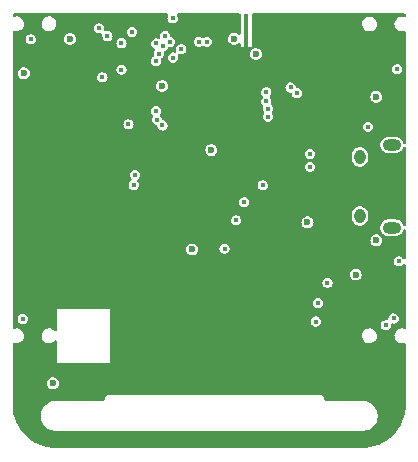
<source format=gbr>
G04 #@! TF.GenerationSoftware,KiCad,Pcbnew,7.0.6*
G04 #@! TF.CreationDate,2024-04-10T23:04:11-04:00*
G04 #@! TF.ProjectId,Watchy,57617463-6879-42e6-9b69-6361645f7063,rev?*
G04 #@! TF.SameCoordinates,Original*
G04 #@! TF.FileFunction,Copper,L2,Inr*
G04 #@! TF.FilePolarity,Positive*
%FSLAX46Y46*%
G04 Gerber Fmt 4.6, Leading zero omitted, Abs format (unit mm)*
G04 Created by KiCad (PCBNEW 7.0.6) date 2024-04-10 23:04:11*
%MOMM*%
%LPD*%
G01*
G04 APERTURE LIST*
G04 #@! TA.AperFunction,ComponentPad*
%ADD10O,1.550000X1.000000*%
G04 #@! TD*
G04 #@! TA.AperFunction,ComponentPad*
%ADD11O,0.950000X1.250000*%
G04 #@! TD*
G04 #@! TA.AperFunction,ViaPad*
%ADD12C,0.600000*%
G04 #@! TD*
G04 #@! TA.AperFunction,ViaPad*
%ADD13C,0.450000*%
G04 #@! TD*
G04 APERTURE END LIST*
D10*
X101050000Y-97180000D03*
D11*
X98350000Y-96180000D03*
X98350000Y-91180000D03*
D10*
X101050000Y-90180000D03*
D12*
X84340000Y-94840000D03*
D13*
X77950000Y-85400000D03*
D12*
X72310000Y-82540000D03*
X85120000Y-86910000D03*
D13*
X89040000Y-90460000D03*
D12*
X84120000Y-87910000D03*
D13*
X89710000Y-79260000D03*
D12*
X87120000Y-84910000D03*
D13*
X86810000Y-79460000D03*
D12*
X86120000Y-87910000D03*
D13*
X93666761Y-91483943D03*
D12*
X91360000Y-81330000D03*
X97310000Y-96580000D03*
X87900000Y-99020000D03*
X72250000Y-99540000D03*
X85200000Y-94210000D03*
D13*
X78640000Y-81090000D03*
D12*
X76100000Y-109330000D03*
X99340000Y-81270000D03*
X82500000Y-94840000D03*
D13*
X92270000Y-95010000D03*
D12*
X78820000Y-94840000D03*
D13*
X72290000Y-108960000D03*
D12*
X84120000Y-85910000D03*
X75600000Y-85670000D03*
X93350000Y-82220000D03*
X100690000Y-99910000D03*
X86120000Y-85910000D03*
D13*
X94840427Y-89334557D03*
X79890000Y-82320000D03*
X89710000Y-80460000D03*
D12*
X99480000Y-92380000D03*
D13*
X88010000Y-79460000D03*
D12*
X98430000Y-84110000D03*
D13*
X95020000Y-108360000D03*
X89710000Y-79860000D03*
D12*
X88120000Y-87910000D03*
X87120000Y-86910000D03*
D13*
X87410000Y-79460000D03*
D12*
X83398187Y-99308400D03*
X81580000Y-94840000D03*
X80660000Y-94840000D03*
X88120000Y-85910000D03*
D13*
X91000000Y-92093100D03*
D12*
X83420000Y-94840000D03*
X85120000Y-84910000D03*
D13*
X101700000Y-89160000D03*
X94840000Y-89950000D03*
D12*
X91780000Y-79430000D03*
D13*
X98430000Y-104210000D03*
D12*
X79740000Y-94840000D03*
D13*
X82500000Y-79450000D03*
D12*
X93920000Y-96730000D03*
X69900000Y-84100000D03*
D13*
X90590000Y-87110000D03*
D12*
X87699561Y-81183001D03*
D13*
X81080000Y-83070000D03*
D12*
X89560000Y-82470000D03*
X73800000Y-81200000D03*
D13*
X78170000Y-83800000D03*
X100544993Y-105439972D03*
D12*
X85780000Y-90600000D03*
D13*
X94620000Y-105120000D03*
D12*
X72360000Y-110360000D03*
D13*
X88540000Y-95020000D03*
D12*
X84150000Y-99020000D03*
X81609192Y-85180807D03*
D13*
X81086078Y-81571800D03*
X86900000Y-98950000D03*
X87880000Y-96550000D03*
X99030000Y-88620000D03*
X83230000Y-82060000D03*
X81330000Y-82460000D03*
X78170000Y-81540000D03*
X79306507Y-92710000D03*
X81695461Y-81809685D03*
X79211090Y-93552312D03*
X79070000Y-80600000D03*
D12*
X98000000Y-101140000D03*
X99750000Y-86100000D03*
X99750000Y-98250000D03*
D13*
X81850000Y-80910000D03*
X101210000Y-104860000D03*
X94800000Y-103560000D03*
X82540000Y-82770000D03*
X76980000Y-80950000D03*
X84720000Y-81430000D03*
X101490000Y-83760000D03*
X90560000Y-87770000D03*
X78760000Y-88420000D03*
X76554052Y-84444840D03*
X76280000Y-80290000D03*
X85420000Y-81430000D03*
X70490000Y-81230000D03*
X69810000Y-104900000D03*
X82250000Y-81450000D03*
X90135566Y-93588768D03*
X81640000Y-88520000D03*
X101650000Y-100030000D03*
X95610000Y-101840000D03*
X93011808Y-85783139D03*
X90430000Y-86480000D03*
X92490000Y-85300000D03*
X90425000Y-85710000D03*
X81087207Y-87306138D03*
X94130000Y-92020000D03*
X94130000Y-90940000D03*
X81170997Y-88017436D03*
G04 #@! TA.AperFunction,Conductor*
G36*
X82092579Y-79050002D02*
G01*
X82139072Y-79103658D01*
X82149176Y-79173932D01*
X82139072Y-79208342D01*
X82084436Y-79327978D01*
X82084434Y-79327985D01*
X82066892Y-79449996D01*
X82066892Y-79450003D01*
X82084434Y-79572014D01*
X82084436Y-79572021D01*
X82135646Y-79684156D01*
X82216375Y-79777321D01*
X82320080Y-79843969D01*
X82420783Y-79873538D01*
X82438358Y-79878699D01*
X82438359Y-79878699D01*
X82438362Y-79878700D01*
X82438365Y-79878700D01*
X82561635Y-79878700D01*
X82561638Y-79878700D01*
X82679920Y-79843969D01*
X82783625Y-79777321D01*
X82864354Y-79684156D01*
X82915564Y-79572021D01*
X82930597Y-79467465D01*
X82933108Y-79450003D01*
X82933108Y-79449996D01*
X82915565Y-79327985D01*
X82915564Y-79327984D01*
X82915564Y-79327979D01*
X82864354Y-79215844D01*
X82864353Y-79215843D01*
X82860928Y-79208342D01*
X82850825Y-79138068D01*
X82880318Y-79073487D01*
X82940044Y-79035104D01*
X82975542Y-79030000D01*
X88134000Y-79030000D01*
X88202121Y-79050002D01*
X88248614Y-79103658D01*
X88260000Y-79156000D01*
X88260000Y-80722790D01*
X88239998Y-80790911D01*
X88186342Y-80837404D01*
X88116068Y-80847508D01*
X88051488Y-80818014D01*
X88038778Y-80805305D01*
X88032808Y-80798415D01*
X88032805Y-80798413D01*
X87910961Y-80720109D01*
X87910958Y-80720107D01*
X87910957Y-80720107D01*
X87906165Y-80718700D01*
X87771982Y-80679301D01*
X87627140Y-80679301D01*
X87488167Y-80720106D01*
X87488160Y-80720109D01*
X87366316Y-80798413D01*
X87271464Y-80907879D01*
X87211294Y-81039632D01*
X87201467Y-81107985D01*
X87190681Y-81183001D01*
X87211294Y-81326369D01*
X87271464Y-81458122D01*
X87360347Y-81560700D01*
X87366316Y-81567588D01*
X87488160Y-81645892D01*
X87488165Y-81645895D01*
X87627140Y-81686701D01*
X87771982Y-81686701D01*
X87910957Y-81645895D01*
X88032807Y-81567587D01*
X88038774Y-81560700D01*
X88098500Y-81522315D01*
X88169497Y-81522315D01*
X88229224Y-81560698D01*
X88258717Y-81625278D01*
X88260000Y-81643210D01*
X88260000Y-81850000D01*
X88560000Y-81850000D01*
X88560000Y-79156000D01*
X88580002Y-79087879D01*
X88633658Y-79041386D01*
X88686000Y-79030000D01*
X88754000Y-79030000D01*
X88822121Y-79050002D01*
X88868614Y-79103658D01*
X88880000Y-79156000D01*
X88880000Y-81840000D01*
X89179509Y-81840000D01*
X89180000Y-81840144D01*
X89180000Y-79890159D01*
X98531749Y-79890159D01*
X98541735Y-80048890D01*
X98541735Y-80048892D01*
X98590885Y-80200158D01*
X98590887Y-80200162D01*
X98676105Y-80334445D01*
X98792048Y-80443324D01*
X98792050Y-80443326D01*
X98892352Y-80498466D01*
X98931424Y-80519946D01*
X98931426Y-80519947D01*
X99071965Y-80556031D01*
X99085476Y-80559500D01*
X99085479Y-80559500D01*
X99204600Y-80559500D01*
X99204603Y-80559500D01*
X99232063Y-80556031D01*
X99322789Y-80544570D01*
X99322789Y-80544569D01*
X99322794Y-80544569D01*
X99470674Y-80486019D01*
X99599347Y-80392533D01*
X99700729Y-80269984D01*
X99705437Y-80259980D01*
X99768448Y-80126072D01*
X99798250Y-79969847D01*
X99798251Y-79969836D01*
X99790332Y-79843969D01*
X99788264Y-79811106D01*
X99739115Y-79659842D01*
X99694804Y-79590019D01*
X99653894Y-79525554D01*
X99537951Y-79416675D01*
X99537949Y-79416673D01*
X99398578Y-79340055D01*
X99398573Y-79340052D01*
X99244531Y-79300501D01*
X99244525Y-79300500D01*
X99244524Y-79300500D01*
X99125397Y-79300500D01*
X99125394Y-79300500D01*
X99125381Y-79300501D01*
X99007210Y-79315429D01*
X99007208Y-79315430D01*
X98859325Y-79373981D01*
X98859322Y-79373982D01*
X98730654Y-79467465D01*
X98730653Y-79467466D01*
X98629275Y-79590009D01*
X98629268Y-79590019D01*
X98561551Y-79733927D01*
X98531749Y-79890152D01*
X98531749Y-79890159D01*
X89180000Y-79890159D01*
X89180000Y-79156000D01*
X89200002Y-79087879D01*
X89253658Y-79041386D01*
X89306000Y-79030000D01*
X102119500Y-79030000D01*
X102187621Y-79050002D01*
X102234114Y-79103658D01*
X102245500Y-79156000D01*
X102245500Y-79202501D01*
X102225498Y-79270622D01*
X102171842Y-79317115D01*
X102101568Y-79327219D01*
X102088165Y-79324543D01*
X101994524Y-79300500D01*
X101875397Y-79300500D01*
X101875394Y-79300500D01*
X101875381Y-79300501D01*
X101757210Y-79315429D01*
X101757208Y-79315430D01*
X101609325Y-79373981D01*
X101609322Y-79373982D01*
X101480654Y-79467465D01*
X101480653Y-79467466D01*
X101379275Y-79590009D01*
X101379268Y-79590019D01*
X101311551Y-79733927D01*
X101281749Y-79890152D01*
X101281749Y-79890159D01*
X101291735Y-80048890D01*
X101291735Y-80048892D01*
X101340885Y-80200158D01*
X101340887Y-80200162D01*
X101426105Y-80334445D01*
X101542048Y-80443324D01*
X101542050Y-80443326D01*
X101642352Y-80498466D01*
X101681424Y-80519946D01*
X101681426Y-80519947D01*
X101821965Y-80556031D01*
X101835476Y-80559500D01*
X101835479Y-80559500D01*
X101954600Y-80559500D01*
X101954603Y-80559500D01*
X101982063Y-80556031D01*
X102072789Y-80544570D01*
X102072790Y-80544569D01*
X102072794Y-80544569D01*
X102073114Y-80544442D01*
X102073384Y-80544417D01*
X102080470Y-80542598D01*
X102080763Y-80543740D01*
X102143815Y-80537961D01*
X102206795Y-80570733D01*
X102242060Y-80632352D01*
X102245500Y-80661593D01*
X102245500Y-89936444D01*
X102225498Y-90004565D01*
X102171842Y-90051058D01*
X102101568Y-90061162D01*
X102036988Y-90031668D01*
X101998604Y-89971942D01*
X101997162Y-89966598D01*
X101987806Y-89928641D01*
X101987803Y-89928633D01*
X101987803Y-89928632D01*
X101908387Y-89777317D01*
X101795066Y-89649405D01*
X101795064Y-89649403D01*
X101654430Y-89552331D01*
X101654429Y-89552330D01*
X101654427Y-89552329D01*
X101632410Y-89543979D01*
X101494640Y-89491728D01*
X101367569Y-89476300D01*
X101367563Y-89476300D01*
X100732437Y-89476300D01*
X100732430Y-89476300D01*
X100605359Y-89491728D01*
X100445575Y-89552328D01*
X100445569Y-89552331D01*
X100304935Y-89649403D01*
X100304932Y-89649406D01*
X100191612Y-89777317D01*
X100191612Y-89777318D01*
X100112196Y-89928633D01*
X100112196Y-89928634D01*
X100071300Y-90094553D01*
X100071300Y-90265446D01*
X100112196Y-90431365D01*
X100112196Y-90431366D01*
X100112196Y-90431367D01*
X100112197Y-90431368D01*
X100191613Y-90582683D01*
X100304934Y-90710595D01*
X100445573Y-90807671D01*
X100566773Y-90853636D01*
X100605359Y-90868271D01*
X100711411Y-90881147D01*
X100732437Y-90883700D01*
X100732441Y-90883700D01*
X101367559Y-90883700D01*
X101367563Y-90883700D01*
X101405594Y-90879082D01*
X101494640Y-90868271D01*
X101499613Y-90866385D01*
X101654427Y-90807671D01*
X101795066Y-90710595D01*
X101908387Y-90582683D01*
X101987803Y-90431368D01*
X101997161Y-90393400D01*
X102032885Y-90332047D01*
X102096108Y-90299745D01*
X102166758Y-90306753D01*
X102222404Y-90350844D01*
X102245378Y-90418021D01*
X102245500Y-90423555D01*
X102245500Y-96936444D01*
X102225498Y-97004565D01*
X102171842Y-97051058D01*
X102101568Y-97061162D01*
X102036988Y-97031668D01*
X101998604Y-96971942D01*
X101997162Y-96966598D01*
X101987806Y-96928641D01*
X101987803Y-96928633D01*
X101987803Y-96928632D01*
X101908387Y-96777317D01*
X101795067Y-96649406D01*
X101795064Y-96649403D01*
X101654430Y-96552331D01*
X101654429Y-96552330D01*
X101654427Y-96552329D01*
X101632410Y-96543979D01*
X101494640Y-96491728D01*
X101367569Y-96476300D01*
X101367563Y-96476300D01*
X100732437Y-96476300D01*
X100732430Y-96476300D01*
X100605359Y-96491728D01*
X100445575Y-96552328D01*
X100445569Y-96552331D01*
X100304935Y-96649403D01*
X100304932Y-96649406D01*
X100191612Y-96777317D01*
X100191612Y-96777318D01*
X100112196Y-96928633D01*
X100112196Y-96928634D01*
X100071300Y-97094553D01*
X100071300Y-97265446D01*
X100112196Y-97431365D01*
X100112196Y-97431366D01*
X100112196Y-97431367D01*
X100112197Y-97431368D01*
X100191613Y-97582683D01*
X100304934Y-97710595D01*
X100445573Y-97807671D01*
X100566773Y-97853636D01*
X100605359Y-97868271D01*
X100711411Y-97881147D01*
X100732437Y-97883700D01*
X100732441Y-97883700D01*
X101367559Y-97883700D01*
X101367563Y-97883700D01*
X101405594Y-97879082D01*
X101494640Y-97868271D01*
X101494643Y-97868270D01*
X101654427Y-97807671D01*
X101795066Y-97710595D01*
X101908387Y-97582683D01*
X101987803Y-97431368D01*
X101997161Y-97393400D01*
X102032885Y-97332047D01*
X102096108Y-97299745D01*
X102166758Y-97306753D01*
X102222404Y-97350844D01*
X102245378Y-97418021D01*
X102245500Y-97423555D01*
X102245500Y-99726397D01*
X102225498Y-99794518D01*
X102171842Y-99841011D01*
X102101568Y-99851115D01*
X102036988Y-99821621D01*
X102020425Y-99802508D01*
X102020256Y-99802655D01*
X101933624Y-99702678D01*
X101881772Y-99669355D01*
X101829920Y-99636031D01*
X101800349Y-99627348D01*
X101711641Y-99601300D01*
X101711638Y-99601300D01*
X101588362Y-99601300D01*
X101588358Y-99601300D01*
X101470080Y-99636031D01*
X101470078Y-99636032D01*
X101366375Y-99702678D01*
X101285646Y-99795843D01*
X101234436Y-99907978D01*
X101234434Y-99907985D01*
X101216892Y-100029996D01*
X101216892Y-100030003D01*
X101234434Y-100152014D01*
X101234436Y-100152021D01*
X101285646Y-100264156D01*
X101366375Y-100357321D01*
X101470080Y-100423969D01*
X101570783Y-100453538D01*
X101588358Y-100458699D01*
X101588359Y-100458699D01*
X101588362Y-100458700D01*
X101588365Y-100458700D01*
X101711635Y-100458700D01*
X101711638Y-100458700D01*
X101829920Y-100423969D01*
X101933625Y-100357321D01*
X102014354Y-100264156D01*
X102014353Y-100264156D01*
X102020256Y-100257345D01*
X102021574Y-100258487D01*
X102067151Y-100218991D01*
X102137425Y-100208884D01*
X102202007Y-100238373D01*
X102240394Y-100298097D01*
X102245500Y-100333602D01*
X102245500Y-105602501D01*
X102225498Y-105670622D01*
X102171842Y-105717115D01*
X102101568Y-105727219D01*
X102088165Y-105724543D01*
X101994524Y-105700500D01*
X101875397Y-105700500D01*
X101875394Y-105700500D01*
X101875381Y-105700501D01*
X101757210Y-105715429D01*
X101757208Y-105715430D01*
X101609325Y-105773981D01*
X101609322Y-105773982D01*
X101480654Y-105867465D01*
X101480653Y-105867466D01*
X101379275Y-105990009D01*
X101379268Y-105990019D01*
X101311551Y-106133927D01*
X101281749Y-106290152D01*
X101281749Y-106290159D01*
X101291735Y-106448890D01*
X101291735Y-106448892D01*
X101340885Y-106600158D01*
X101340887Y-106600162D01*
X101426105Y-106734445D01*
X101542048Y-106843324D01*
X101542050Y-106843326D01*
X101642352Y-106898466D01*
X101681424Y-106919946D01*
X101681426Y-106919947D01*
X101835468Y-106959498D01*
X101835476Y-106959500D01*
X101835479Y-106959500D01*
X101954600Y-106959500D01*
X101954603Y-106959500D01*
X101980842Y-106956185D01*
X102072789Y-106944570D01*
X102072790Y-106944569D01*
X102072794Y-106944569D01*
X102073114Y-106944442D01*
X102073384Y-106944417D01*
X102080470Y-106942598D01*
X102080763Y-106943740D01*
X102143815Y-106937961D01*
X102206795Y-106970733D01*
X102242060Y-107032352D01*
X102245500Y-107061593D01*
X102245500Y-112108456D01*
X102245424Y-112111548D01*
X102227615Y-112474030D01*
X102227009Y-112480186D01*
X102173985Y-112837646D01*
X102172779Y-112843713D01*
X102084973Y-113194252D01*
X102083178Y-113200172D01*
X101961434Y-113540424D01*
X101959066Y-113546140D01*
X101804559Y-113872817D01*
X101801643Y-113878273D01*
X101615859Y-114188235D01*
X101612426Y-114193372D01*
X101508421Y-114333608D01*
X101397160Y-114483627D01*
X101393235Y-114488409D01*
X101150546Y-114756172D01*
X101146172Y-114760546D01*
X100878409Y-115003235D01*
X100873627Y-115007159D01*
X100583372Y-115222426D01*
X100578235Y-115225859D01*
X100268273Y-115411643D01*
X100262817Y-115414559D01*
X99936140Y-115569066D01*
X99930424Y-115571434D01*
X99590172Y-115693178D01*
X99584252Y-115694973D01*
X99233713Y-115782779D01*
X99227646Y-115783985D01*
X98870186Y-115837009D01*
X98864030Y-115837615D01*
X98535729Y-115853744D01*
X98501544Y-115855424D01*
X98498457Y-115855500D01*
X72701543Y-115855500D01*
X72698455Y-115855424D01*
X72662596Y-115853662D01*
X72335969Y-115837615D01*
X72329813Y-115837009D01*
X71972353Y-115783985D01*
X71966290Y-115782779D01*
X71856562Y-115755294D01*
X71615747Y-115694973D01*
X71609827Y-115693178D01*
X71269575Y-115571434D01*
X71263859Y-115569066D01*
X70937182Y-115414559D01*
X70931726Y-115411643D01*
X70889991Y-115386628D01*
X70621757Y-115225854D01*
X70616636Y-115222432D01*
X70326361Y-115007151D01*
X70321590Y-115003235D01*
X70053827Y-114760546D01*
X70049453Y-114756172D01*
X69806764Y-114488409D01*
X69802850Y-114483640D01*
X69587563Y-114193359D01*
X69584148Y-114188247D01*
X69398351Y-113878264D01*
X69395440Y-113872817D01*
X69380474Y-113841175D01*
X69262416Y-113591562D01*
X69240933Y-113546140D01*
X69238565Y-113540424D01*
X69189667Y-113403763D01*
X69119883Y-113208731D01*
X71345500Y-113208731D01*
X71375048Y-113395290D01*
X71376391Y-113403768D01*
X71437407Y-113591556D01*
X71437409Y-113591561D01*
X71527056Y-113767501D01*
X71643121Y-113927252D01*
X71643123Y-113927254D01*
X71643125Y-113927257D01*
X71782742Y-114066874D01*
X71782745Y-114066876D01*
X71782748Y-114066879D01*
X71942499Y-114182944D01*
X72118439Y-114272591D01*
X72306237Y-114333610D01*
X72501269Y-114364500D01*
X72501272Y-114364500D01*
X98698728Y-114364500D01*
X98698731Y-114364500D01*
X98893763Y-114333610D01*
X99081561Y-114272591D01*
X99257501Y-114182944D01*
X99417252Y-114066879D01*
X99556879Y-113927252D01*
X99672944Y-113767501D01*
X99762591Y-113591561D01*
X99823610Y-113403763D01*
X99854500Y-113208731D01*
X99854500Y-113110000D01*
X99854500Y-113065125D01*
X99854500Y-113011269D01*
X99823610Y-112816237D01*
X99762591Y-112628439D01*
X99672944Y-112452499D01*
X99556879Y-112292748D01*
X99556876Y-112292745D01*
X99556874Y-112292742D01*
X99417257Y-112153125D01*
X99417254Y-112153123D01*
X99417254Y-112153122D01*
X99417252Y-112153121D01*
X99257501Y-112037056D01*
X99081561Y-111947409D01*
X99081558Y-111947408D01*
X99081556Y-111947407D01*
X98893768Y-111886391D01*
X98893764Y-111886390D01*
X98893763Y-111886390D01*
X98698731Y-111855500D01*
X98698728Y-111855500D01*
X95559919Y-111855500D01*
X95540207Y-111853948D01*
X95493843Y-111846604D01*
X95456353Y-111834423D01*
X95423479Y-111817673D01*
X95391586Y-111794501D01*
X95365498Y-111768413D01*
X95342326Y-111736520D01*
X95325576Y-111703646D01*
X95313394Y-111666154D01*
X95310230Y-111646177D01*
X95310699Y-111622413D01*
X95309486Y-111622413D01*
X95309486Y-111609998D01*
X95306921Y-111597103D01*
X95304500Y-111572523D01*
X95304500Y-111565126D01*
X95304499Y-111565123D01*
X95299110Y-111550319D01*
X95293929Y-111531793D01*
X95289734Y-111510700D01*
X95289734Y-111510699D01*
X95287096Y-111506751D01*
X95274907Y-111482700D01*
X95273801Y-111480784D01*
X95256098Y-111459686D01*
X95251982Y-111454200D01*
X95233484Y-111426516D01*
X95233483Y-111426515D01*
X95233481Y-111426512D01*
X95226717Y-111419748D01*
X95225183Y-111418373D01*
X95224557Y-111419120D01*
X95216115Y-111412036D01*
X95216113Y-111412034D01*
X95202698Y-111404289D01*
X95186244Y-111394788D01*
X95182744Y-111392611D01*
X95149301Y-111370266D01*
X95146770Y-111369217D01*
X95141156Y-111367647D01*
X95113678Y-111362801D01*
X95096939Y-111359850D01*
X95091507Y-111358769D01*
X95075065Y-111355499D01*
X95071115Y-111355110D01*
X95066352Y-111354457D01*
X95050002Y-111351574D01*
X95050000Y-111351574D01*
X95038589Y-111353586D01*
X95016710Y-111355500D01*
X77083290Y-111355500D01*
X77061411Y-111353586D01*
X77050000Y-111351574D01*
X77049997Y-111351574D01*
X77033647Y-111354457D01*
X77028887Y-111355110D01*
X77024941Y-111355498D01*
X77003060Y-111359850D01*
X76958857Y-111367644D01*
X76953227Y-111369219D01*
X76950695Y-111370267D01*
X76917258Y-111392609D01*
X76913760Y-111394784D01*
X76883885Y-111412034D01*
X76875442Y-111419119D01*
X76874819Y-111418377D01*
X76873223Y-111419807D01*
X76866515Y-111426515D01*
X76848022Y-111454190D01*
X76843901Y-111459684D01*
X76826198Y-111480783D01*
X76825103Y-111482680D01*
X76812909Y-111506743D01*
X76810266Y-111510697D01*
X76810264Y-111510703D01*
X76806067Y-111531803D01*
X76800890Y-111550313D01*
X76795500Y-111565122D01*
X76795500Y-111572523D01*
X76793079Y-111597105D01*
X76790514Y-111609999D01*
X76790514Y-111622406D01*
X76789305Y-111622406D01*
X76789769Y-111646170D01*
X76786605Y-111666151D01*
X76774423Y-111703646D01*
X76757673Y-111736520D01*
X76734501Y-111768413D01*
X76708413Y-111794501D01*
X76676520Y-111817673D01*
X76643646Y-111834423D01*
X76606157Y-111846604D01*
X76559794Y-111853948D01*
X76540081Y-111855500D01*
X72644875Y-111855500D01*
X72600000Y-111855500D01*
X72501269Y-111855500D01*
X72306237Y-111886390D01*
X72306231Y-111886391D01*
X72118443Y-111947407D01*
X72118437Y-111947410D01*
X71942495Y-112037058D01*
X71782745Y-112153123D01*
X71782742Y-112153125D01*
X71643125Y-112292742D01*
X71643123Y-112292745D01*
X71527058Y-112452495D01*
X71437410Y-112628437D01*
X71437407Y-112628443D01*
X71376391Y-112816231D01*
X71376390Y-112816236D01*
X71376390Y-112816237D01*
X71345500Y-113011269D01*
X71345500Y-113065125D01*
X71345500Y-113110000D01*
X71345500Y-113208731D01*
X69119883Y-113208731D01*
X69116817Y-113200161D01*
X69115026Y-113194252D01*
X69093922Y-113109999D01*
X69027216Y-112843694D01*
X69026014Y-112837646D01*
X69022838Y-112816237D01*
X68972989Y-112480178D01*
X68972384Y-112474030D01*
X68956619Y-112153125D01*
X68954575Y-112111545D01*
X68954500Y-112108456D01*
X68954500Y-110360000D01*
X71851120Y-110360000D01*
X71871733Y-110503368D01*
X71931903Y-110635121D01*
X72026755Y-110744587D01*
X72148599Y-110822891D01*
X72148604Y-110822894D01*
X72287579Y-110863700D01*
X72432421Y-110863700D01*
X72571396Y-110822894D01*
X72693246Y-110744586D01*
X72788097Y-110635121D01*
X72848267Y-110503368D01*
X72868880Y-110360000D01*
X72848267Y-110216632D01*
X72788097Y-110084879D01*
X72693246Y-109975414D01*
X72693245Y-109975413D01*
X72693244Y-109975412D01*
X72571400Y-109897108D01*
X72571397Y-109897106D01*
X72571396Y-109897106D01*
X72432421Y-109856300D01*
X72287579Y-109856300D01*
X72148606Y-109897105D01*
X72148599Y-109897108D01*
X72026755Y-109975412D01*
X71931903Y-110084878D01*
X71871733Y-110216631D01*
X71851120Y-110360000D01*
X68954500Y-110360000D01*
X68954500Y-107057498D01*
X68974502Y-106989377D01*
X69028158Y-106942884D01*
X69098432Y-106932780D01*
X69111831Y-106935456D01*
X69205476Y-106959500D01*
X69205479Y-106959500D01*
X69324600Y-106959500D01*
X69324603Y-106959500D01*
X69350842Y-106956185D01*
X69442789Y-106944570D01*
X69442789Y-106944569D01*
X69442794Y-106944569D01*
X69590674Y-106886019D01*
X69719347Y-106792533D01*
X69820729Y-106669984D01*
X69888448Y-106526072D01*
X69918251Y-106369841D01*
X69913238Y-106290159D01*
X71401749Y-106290159D01*
X71411735Y-106448890D01*
X71411735Y-106448892D01*
X71460885Y-106600158D01*
X71460887Y-106600162D01*
X71546105Y-106734445D01*
X71662048Y-106843324D01*
X71662050Y-106843326D01*
X71762352Y-106898466D01*
X71801424Y-106919946D01*
X71801426Y-106919947D01*
X71955468Y-106959498D01*
X71955476Y-106959500D01*
X71955479Y-106959500D01*
X72074600Y-106959500D01*
X72074603Y-106959500D01*
X72100842Y-106956185D01*
X72192789Y-106944570D01*
X72192789Y-106944569D01*
X72192794Y-106944569D01*
X72340674Y-106886019D01*
X72469347Y-106792533D01*
X72516916Y-106735032D01*
X72575749Y-106695294D01*
X72646727Y-106693672D01*
X72707315Y-106730682D01*
X72738275Y-106794572D01*
X72740000Y-106815347D01*
X72740000Y-108590000D01*
X77240000Y-108590000D01*
X77240000Y-106290159D01*
X98531749Y-106290159D01*
X98541735Y-106448890D01*
X98541735Y-106448892D01*
X98590885Y-106600158D01*
X98590887Y-106600162D01*
X98676105Y-106734445D01*
X98792048Y-106843324D01*
X98792050Y-106843326D01*
X98892352Y-106898466D01*
X98931424Y-106919946D01*
X98931426Y-106919947D01*
X99085468Y-106959498D01*
X99085476Y-106959500D01*
X99085479Y-106959500D01*
X99204600Y-106959500D01*
X99204603Y-106959500D01*
X99230842Y-106956185D01*
X99322789Y-106944570D01*
X99322789Y-106944569D01*
X99322794Y-106944569D01*
X99470674Y-106886019D01*
X99599347Y-106792533D01*
X99700729Y-106669984D01*
X99768448Y-106526072D01*
X99798251Y-106369841D01*
X99788264Y-106211106D01*
X99739115Y-106059842D01*
X99694804Y-105990019D01*
X99653894Y-105925554D01*
X99537951Y-105816675D01*
X99537949Y-105816673D01*
X99398578Y-105740055D01*
X99398573Y-105740052D01*
X99244531Y-105700501D01*
X99244525Y-105700500D01*
X99244524Y-105700500D01*
X99125397Y-105700500D01*
X99125394Y-105700500D01*
X99125381Y-105700501D01*
X99007210Y-105715429D01*
X99007208Y-105715430D01*
X98859325Y-105773981D01*
X98859322Y-105773982D01*
X98730654Y-105867465D01*
X98730653Y-105867466D01*
X98629275Y-105990009D01*
X98629268Y-105990019D01*
X98561551Y-106133927D01*
X98531749Y-106290152D01*
X98531749Y-106290159D01*
X77240000Y-106290159D01*
X77240000Y-105120003D01*
X94186892Y-105120003D01*
X94204434Y-105242014D01*
X94204436Y-105242021D01*
X94255646Y-105354156D01*
X94336375Y-105447321D01*
X94440080Y-105513969D01*
X94540783Y-105543538D01*
X94558358Y-105548699D01*
X94558359Y-105548699D01*
X94558362Y-105548700D01*
X94558365Y-105548700D01*
X94681635Y-105548700D01*
X94681638Y-105548700D01*
X94799920Y-105513969D01*
X94903625Y-105447321D01*
X94909990Y-105439975D01*
X100111885Y-105439975D01*
X100129427Y-105561986D01*
X100129429Y-105561993D01*
X100180639Y-105674128D01*
X100261368Y-105767293D01*
X100365073Y-105833941D01*
X100465776Y-105863510D01*
X100483351Y-105868671D01*
X100483352Y-105868671D01*
X100483355Y-105868672D01*
X100483358Y-105868672D01*
X100606628Y-105868672D01*
X100606631Y-105868672D01*
X100724913Y-105833941D01*
X100828618Y-105767293D01*
X100909347Y-105674128D01*
X100960557Y-105561993D01*
X100967462Y-105513967D01*
X100978101Y-105439975D01*
X100978101Y-105439973D01*
X100978100Y-105439968D01*
X100975790Y-105423900D01*
X100985892Y-105353629D01*
X101032383Y-105299972D01*
X101100504Y-105279968D01*
X101136005Y-105285072D01*
X101143525Y-105287279D01*
X101148362Y-105288700D01*
X101148365Y-105288700D01*
X101271635Y-105288700D01*
X101271638Y-105288700D01*
X101389920Y-105253969D01*
X101493625Y-105187321D01*
X101574354Y-105094156D01*
X101625564Y-104982021D01*
X101630693Y-104946346D01*
X101643108Y-104860003D01*
X101643108Y-104859996D01*
X101625565Y-104737985D01*
X101625564Y-104737984D01*
X101625564Y-104737979D01*
X101574354Y-104625844D01*
X101493625Y-104532679D01*
X101493624Y-104532678D01*
X101441772Y-104499355D01*
X101389920Y-104466031D01*
X101360349Y-104457348D01*
X101271641Y-104431300D01*
X101271638Y-104431300D01*
X101148362Y-104431300D01*
X101148358Y-104431300D01*
X101030080Y-104466031D01*
X101030078Y-104466032D01*
X100926375Y-104532678D01*
X100845646Y-104625843D01*
X100794436Y-104737978D01*
X100794434Y-104737985D01*
X100776892Y-104859996D01*
X100776892Y-104859997D01*
X100776892Y-104860000D01*
X100779203Y-104876072D01*
X100769098Y-104946346D01*
X100722605Y-105000001D01*
X100654484Y-105020003D01*
X100618991Y-105014900D01*
X100606639Y-105011273D01*
X100606632Y-105011272D01*
X100606631Y-105011272D01*
X100483355Y-105011272D01*
X100483351Y-105011272D01*
X100365073Y-105046003D01*
X100365071Y-105046004D01*
X100261368Y-105112650D01*
X100180639Y-105205815D01*
X100129429Y-105317950D01*
X100129427Y-105317957D01*
X100111885Y-105439968D01*
X100111885Y-105439975D01*
X94909990Y-105439975D01*
X94984354Y-105354156D01*
X95035564Y-105242021D01*
X95053108Y-105120000D01*
X95053108Y-105119996D01*
X95035565Y-104997985D01*
X95035564Y-104997984D01*
X95035564Y-104997979D01*
X94984354Y-104885844D01*
X94903625Y-104792679D01*
X94903624Y-104792678D01*
X94851772Y-104759355D01*
X94799920Y-104726031D01*
X94770349Y-104717348D01*
X94681641Y-104691300D01*
X94681638Y-104691300D01*
X94558362Y-104691300D01*
X94558358Y-104691300D01*
X94440080Y-104726031D01*
X94440078Y-104726032D01*
X94336375Y-104792678D01*
X94255646Y-104885843D01*
X94204436Y-104997978D01*
X94204434Y-104997985D01*
X94186892Y-105119996D01*
X94186892Y-105120003D01*
X77240000Y-105120003D01*
X77240000Y-104090000D01*
X72740000Y-104090000D01*
X72740000Y-105837322D01*
X72719998Y-105905443D01*
X72666342Y-105951936D01*
X72596068Y-105962040D01*
X72531488Y-105932546D01*
X72527747Y-105929172D01*
X72407951Y-105816675D01*
X72407949Y-105816673D01*
X72268578Y-105740055D01*
X72268573Y-105740052D01*
X72114531Y-105700501D01*
X72114525Y-105700500D01*
X72114524Y-105700500D01*
X71995397Y-105700500D01*
X71995394Y-105700500D01*
X71995381Y-105700501D01*
X71877210Y-105715429D01*
X71877208Y-105715430D01*
X71729325Y-105773981D01*
X71729322Y-105773982D01*
X71600654Y-105867465D01*
X71600653Y-105867466D01*
X71499275Y-105990009D01*
X71499268Y-105990019D01*
X71431551Y-106133927D01*
X71401749Y-106290152D01*
X71401749Y-106290159D01*
X69913238Y-106290159D01*
X69908264Y-106211106D01*
X69859115Y-106059842D01*
X69814804Y-105990019D01*
X69773894Y-105925554D01*
X69657951Y-105816675D01*
X69657949Y-105816673D01*
X69518578Y-105740055D01*
X69518573Y-105740052D01*
X69364531Y-105700501D01*
X69364525Y-105700500D01*
X69364524Y-105700500D01*
X69245397Y-105700500D01*
X69245394Y-105700500D01*
X69245381Y-105700501D01*
X69127210Y-105715429D01*
X69127197Y-105715433D01*
X69126872Y-105715562D01*
X69126598Y-105715587D01*
X69119530Y-105717402D01*
X69119237Y-105716261D01*
X69056171Y-105722035D01*
X68993194Y-105689256D01*
X68957937Y-105627633D01*
X68954500Y-105598406D01*
X68954500Y-104900003D01*
X69376892Y-104900003D01*
X69394434Y-105022014D01*
X69394436Y-105022021D01*
X69445646Y-105134156D01*
X69526375Y-105227321D01*
X69630080Y-105293969D01*
X69730783Y-105323538D01*
X69748358Y-105328699D01*
X69748359Y-105328699D01*
X69748362Y-105328700D01*
X69748365Y-105328700D01*
X69871635Y-105328700D01*
X69871638Y-105328700D01*
X69989920Y-105293969D01*
X70093625Y-105227321D01*
X70174354Y-105134156D01*
X70225564Y-105022021D01*
X70227109Y-105011273D01*
X70243108Y-104900003D01*
X70243108Y-104899996D01*
X70225565Y-104777985D01*
X70225564Y-104777984D01*
X70225564Y-104777979D01*
X70174354Y-104665844D01*
X70093625Y-104572679D01*
X70093624Y-104572678D01*
X70041772Y-104539355D01*
X69989920Y-104506031D01*
X69960349Y-104497348D01*
X69871641Y-104471300D01*
X69871638Y-104471300D01*
X69748362Y-104471300D01*
X69748358Y-104471300D01*
X69630080Y-104506031D01*
X69630078Y-104506032D01*
X69526375Y-104572678D01*
X69445646Y-104665843D01*
X69394436Y-104777978D01*
X69394434Y-104777985D01*
X69376892Y-104899996D01*
X69376892Y-104900003D01*
X68954500Y-104900003D01*
X68954500Y-103560003D01*
X94366892Y-103560003D01*
X94384434Y-103682014D01*
X94384436Y-103682021D01*
X94435646Y-103794156D01*
X94516375Y-103887321D01*
X94620080Y-103953969D01*
X94720783Y-103983538D01*
X94738358Y-103988699D01*
X94738359Y-103988699D01*
X94738362Y-103988700D01*
X94738365Y-103988700D01*
X94861635Y-103988700D01*
X94861638Y-103988700D01*
X94979920Y-103953969D01*
X95083625Y-103887321D01*
X95164354Y-103794156D01*
X95215564Y-103682021D01*
X95233108Y-103560000D01*
X95233108Y-103559996D01*
X95215565Y-103437985D01*
X95215564Y-103437984D01*
X95215564Y-103437979D01*
X95164354Y-103325844D01*
X95083625Y-103232679D01*
X95083624Y-103232678D01*
X95031772Y-103199355D01*
X94979920Y-103166031D01*
X94950349Y-103157348D01*
X94861641Y-103131300D01*
X94861638Y-103131300D01*
X94738362Y-103131300D01*
X94738358Y-103131300D01*
X94620080Y-103166031D01*
X94620078Y-103166032D01*
X94516375Y-103232678D01*
X94435646Y-103325843D01*
X94384436Y-103437978D01*
X94384434Y-103437985D01*
X94366892Y-103559996D01*
X94366892Y-103560003D01*
X68954500Y-103560003D01*
X68954500Y-101840003D01*
X95176892Y-101840003D01*
X95194434Y-101962014D01*
X95194436Y-101962021D01*
X95245646Y-102074156D01*
X95326375Y-102167321D01*
X95430080Y-102233969D01*
X95530783Y-102263538D01*
X95548358Y-102268699D01*
X95548359Y-102268699D01*
X95548362Y-102268700D01*
X95548365Y-102268700D01*
X95671635Y-102268700D01*
X95671638Y-102268700D01*
X95789920Y-102233969D01*
X95893625Y-102167321D01*
X95974354Y-102074156D01*
X96025564Y-101962021D01*
X96043108Y-101840000D01*
X96043108Y-101839996D01*
X96025565Y-101717985D01*
X96025564Y-101717984D01*
X96025564Y-101717979D01*
X95974354Y-101605844D01*
X95893625Y-101512679D01*
X95893624Y-101512678D01*
X95841772Y-101479355D01*
X95789920Y-101446031D01*
X95760349Y-101437348D01*
X95671641Y-101411300D01*
X95671638Y-101411300D01*
X95548362Y-101411300D01*
X95548358Y-101411300D01*
X95430080Y-101446031D01*
X95430078Y-101446032D01*
X95326375Y-101512678D01*
X95245646Y-101605843D01*
X95194436Y-101717978D01*
X95194434Y-101717985D01*
X95176892Y-101839996D01*
X95176892Y-101840003D01*
X68954500Y-101840003D01*
X68954500Y-101140000D01*
X97491120Y-101140000D01*
X97511733Y-101283368D01*
X97571903Y-101415121D01*
X97666755Y-101524587D01*
X97788599Y-101602891D01*
X97788604Y-101602894D01*
X97927579Y-101643700D01*
X98072421Y-101643700D01*
X98211396Y-101602894D01*
X98333246Y-101524586D01*
X98428097Y-101415121D01*
X98488267Y-101283368D01*
X98508880Y-101140000D01*
X98488267Y-100996632D01*
X98428097Y-100864879D01*
X98333246Y-100755414D01*
X98333245Y-100755413D01*
X98333244Y-100755412D01*
X98211400Y-100677108D01*
X98211397Y-100677106D01*
X98211396Y-100677106D01*
X98072421Y-100636300D01*
X97927579Y-100636300D01*
X97788606Y-100677105D01*
X97788599Y-100677108D01*
X97666755Y-100755412D01*
X97571903Y-100864878D01*
X97511733Y-100996631D01*
X97491120Y-101140000D01*
X68954500Y-101140000D01*
X68954500Y-99020000D01*
X83641120Y-99020000D01*
X83661733Y-99163368D01*
X83721903Y-99295121D01*
X83816755Y-99404587D01*
X83938599Y-99482891D01*
X83938604Y-99482894D01*
X84077579Y-99523700D01*
X84222421Y-99523700D01*
X84361396Y-99482894D01*
X84483246Y-99404586D01*
X84578097Y-99295121D01*
X84638267Y-99163368D01*
X84658880Y-99020000D01*
X84648816Y-98950003D01*
X86466892Y-98950003D01*
X86484434Y-99072014D01*
X86484436Y-99072021D01*
X86535646Y-99184156D01*
X86616375Y-99277321D01*
X86720080Y-99343969D01*
X86820783Y-99373538D01*
X86838358Y-99378699D01*
X86838359Y-99378699D01*
X86838362Y-99378700D01*
X86838365Y-99378700D01*
X86961635Y-99378700D01*
X86961638Y-99378700D01*
X87079920Y-99343969D01*
X87183625Y-99277321D01*
X87264354Y-99184156D01*
X87315564Y-99072021D01*
X87333108Y-98950000D01*
X87333108Y-98949996D01*
X87315565Y-98827985D01*
X87315564Y-98827984D01*
X87315564Y-98827979D01*
X87264354Y-98715844D01*
X87183625Y-98622679D01*
X87183624Y-98622678D01*
X87131772Y-98589355D01*
X87079920Y-98556031D01*
X87050349Y-98547348D01*
X86961641Y-98521300D01*
X86961638Y-98521300D01*
X86838362Y-98521300D01*
X86838358Y-98521300D01*
X86720080Y-98556031D01*
X86720078Y-98556032D01*
X86616375Y-98622678D01*
X86535646Y-98715843D01*
X86484436Y-98827978D01*
X86484434Y-98827985D01*
X86466892Y-98949996D01*
X86466892Y-98950003D01*
X84648816Y-98950003D01*
X84638267Y-98876632D01*
X84578097Y-98744879D01*
X84483246Y-98635414D01*
X84483245Y-98635413D01*
X84483244Y-98635412D01*
X84361400Y-98557108D01*
X84361397Y-98557106D01*
X84361396Y-98557106D01*
X84357738Y-98556032D01*
X84222421Y-98516300D01*
X84077579Y-98516300D01*
X83938606Y-98557105D01*
X83938599Y-98557108D01*
X83816755Y-98635412D01*
X83721903Y-98744878D01*
X83661733Y-98876631D01*
X83641120Y-99020000D01*
X68954500Y-99020000D01*
X68954500Y-98250000D01*
X99241120Y-98250000D01*
X99261733Y-98393368D01*
X99321903Y-98525121D01*
X99416755Y-98634587D01*
X99418039Y-98635412D01*
X99538604Y-98712894D01*
X99677579Y-98753700D01*
X99822421Y-98753700D01*
X99961396Y-98712894D01*
X100083246Y-98634586D01*
X100178097Y-98525121D01*
X100238267Y-98393368D01*
X100258880Y-98250000D01*
X100238267Y-98106632D01*
X100178097Y-97974879D01*
X100083246Y-97865414D01*
X100083245Y-97865413D01*
X100083244Y-97865412D01*
X99961400Y-97787108D01*
X99961397Y-97787106D01*
X99961396Y-97787106D01*
X99822421Y-97746300D01*
X99677579Y-97746300D01*
X99538606Y-97787105D01*
X99538599Y-97787108D01*
X99416755Y-97865412D01*
X99321903Y-97974878D01*
X99261733Y-98106631D01*
X99241120Y-98250000D01*
X68954500Y-98250000D01*
X68954500Y-96550003D01*
X87446892Y-96550003D01*
X87464434Y-96672014D01*
X87464436Y-96672021D01*
X87515646Y-96784156D01*
X87596375Y-96877321D01*
X87700080Y-96943969D01*
X87786206Y-96969258D01*
X87818358Y-96978699D01*
X87818359Y-96978699D01*
X87818362Y-96978700D01*
X87818365Y-96978700D01*
X87941635Y-96978700D01*
X87941638Y-96978700D01*
X88059920Y-96943969D01*
X88163625Y-96877321D01*
X88244354Y-96784156D01*
X88269086Y-96730000D01*
X93411120Y-96730000D01*
X93431733Y-96873368D01*
X93491903Y-97005121D01*
X93569395Y-97094553D01*
X93586755Y-97114587D01*
X93708599Y-97192891D01*
X93708604Y-97192894D01*
X93847579Y-97233700D01*
X93992421Y-97233700D01*
X94131396Y-97192894D01*
X94253246Y-97114586D01*
X94348097Y-97005121D01*
X94408267Y-96873368D01*
X94428880Y-96730000D01*
X94408267Y-96586632D01*
X94348097Y-96454879D01*
X94275469Y-96371061D01*
X97671300Y-96371061D01*
X97686180Y-96493614D01*
X97744628Y-96647726D01*
X97838252Y-96783365D01*
X97838255Y-96783368D01*
X97961617Y-96892657D01*
X97961626Y-96892664D01*
X98030158Y-96928632D01*
X98107562Y-96969257D01*
X98107563Y-96969257D01*
X98107565Y-96969258D01*
X98145870Y-96978699D01*
X98267591Y-97008700D01*
X98267593Y-97008700D01*
X98432407Y-97008700D01*
X98432409Y-97008700D01*
X98592438Y-96969257D01*
X98738377Y-96892662D01*
X98861746Y-96783367D01*
X98955373Y-96647724D01*
X99013818Y-96493617D01*
X99013818Y-96493616D01*
X99013819Y-96493614D01*
X99028699Y-96371061D01*
X99028700Y-96371051D01*
X99028700Y-95988948D01*
X99028699Y-95988938D01*
X99013819Y-95866385D01*
X99001030Y-95832665D01*
X98955373Y-95712276D01*
X98861746Y-95576633D01*
X98738377Y-95467338D01*
X98738376Y-95467337D01*
X98738373Y-95467335D01*
X98592442Y-95390745D01*
X98592434Y-95390741D01*
X98432411Y-95351300D01*
X98432409Y-95351300D01*
X98267591Y-95351300D01*
X98267588Y-95351300D01*
X98107565Y-95390741D01*
X98107557Y-95390745D01*
X97961626Y-95467335D01*
X97961617Y-95467342D01*
X97838255Y-95576631D01*
X97838252Y-95576634D01*
X97744628Y-95712273D01*
X97686180Y-95866385D01*
X97671300Y-95988938D01*
X97671300Y-96371061D01*
X94275469Y-96371061D01*
X94253246Y-96345414D01*
X94253245Y-96345413D01*
X94253244Y-96345412D01*
X94131400Y-96267108D01*
X94131397Y-96267106D01*
X94131396Y-96267106D01*
X93992421Y-96226300D01*
X93847579Y-96226300D01*
X93708606Y-96267105D01*
X93708599Y-96267108D01*
X93586755Y-96345412D01*
X93491903Y-96454878D01*
X93431733Y-96586631D01*
X93419457Y-96672014D01*
X93411120Y-96730000D01*
X88269086Y-96730000D01*
X88295564Y-96672021D01*
X88307841Y-96586632D01*
X88313108Y-96550003D01*
X88313108Y-96549996D01*
X88295565Y-96427985D01*
X88295564Y-96427984D01*
X88295564Y-96427979D01*
X88244354Y-96315844D01*
X88163625Y-96222679D01*
X88163624Y-96222678D01*
X88111772Y-96189355D01*
X88059920Y-96156031D01*
X88030349Y-96147348D01*
X87941641Y-96121300D01*
X87941638Y-96121300D01*
X87818362Y-96121300D01*
X87818358Y-96121300D01*
X87700080Y-96156031D01*
X87700078Y-96156032D01*
X87596375Y-96222678D01*
X87515646Y-96315843D01*
X87464436Y-96427978D01*
X87464434Y-96427985D01*
X87446892Y-96549996D01*
X87446892Y-96550003D01*
X68954500Y-96550003D01*
X68954500Y-95020003D01*
X88106892Y-95020003D01*
X88124434Y-95142014D01*
X88124436Y-95142021D01*
X88175646Y-95254156D01*
X88256375Y-95347321D01*
X88360080Y-95413969D01*
X88460783Y-95443538D01*
X88478358Y-95448699D01*
X88478359Y-95448699D01*
X88478362Y-95448700D01*
X88478365Y-95448700D01*
X88601635Y-95448700D01*
X88601638Y-95448700D01*
X88719920Y-95413969D01*
X88823625Y-95347321D01*
X88904354Y-95254156D01*
X88955564Y-95142021D01*
X88973108Y-95020000D01*
X88973108Y-95019996D01*
X88955565Y-94897985D01*
X88955564Y-94897984D01*
X88955564Y-94897979D01*
X88904354Y-94785844D01*
X88823625Y-94692679D01*
X88823624Y-94692678D01*
X88771772Y-94659355D01*
X88719920Y-94626031D01*
X88690349Y-94617348D01*
X88601641Y-94591300D01*
X88601638Y-94591300D01*
X88478362Y-94591300D01*
X88478358Y-94591300D01*
X88360080Y-94626031D01*
X88360078Y-94626032D01*
X88256375Y-94692678D01*
X88175646Y-94785843D01*
X88124436Y-94897978D01*
X88124434Y-94897985D01*
X88106892Y-95019996D01*
X88106892Y-95020003D01*
X68954500Y-95020003D01*
X68954500Y-93552315D01*
X78777982Y-93552315D01*
X78795524Y-93674326D01*
X78795526Y-93674333D01*
X78846736Y-93786468D01*
X78927465Y-93879633D01*
X79031170Y-93946281D01*
X79131873Y-93975850D01*
X79149448Y-93981011D01*
X79149449Y-93981011D01*
X79149452Y-93981012D01*
X79149455Y-93981012D01*
X79272725Y-93981012D01*
X79272728Y-93981012D01*
X79391010Y-93946281D01*
X79494715Y-93879633D01*
X79575444Y-93786468D01*
X79626654Y-93674333D01*
X79638956Y-93588771D01*
X89702458Y-93588771D01*
X89720000Y-93710782D01*
X89720002Y-93710789D01*
X89771212Y-93822924D01*
X89851941Y-93916089D01*
X89955646Y-93982737D01*
X90056349Y-94012306D01*
X90073924Y-94017467D01*
X90073925Y-94017467D01*
X90073928Y-94017468D01*
X90073931Y-94017468D01*
X90197201Y-94017468D01*
X90197204Y-94017468D01*
X90315486Y-93982737D01*
X90419191Y-93916089D01*
X90499920Y-93822924D01*
X90551130Y-93710789D01*
X90568674Y-93588768D01*
X90568674Y-93588764D01*
X90551131Y-93466753D01*
X90551130Y-93466752D01*
X90551130Y-93466747D01*
X90499920Y-93354612D01*
X90419191Y-93261447D01*
X90419190Y-93261446D01*
X90362465Y-93224991D01*
X90315486Y-93194799D01*
X90285915Y-93186116D01*
X90197207Y-93160068D01*
X90197204Y-93160068D01*
X90073928Y-93160068D01*
X90073924Y-93160068D01*
X89955646Y-93194799D01*
X89955644Y-93194800D01*
X89851941Y-93261446D01*
X89771212Y-93354611D01*
X89720002Y-93466746D01*
X89720000Y-93466753D01*
X89702458Y-93588764D01*
X89702458Y-93588771D01*
X79638956Y-93588771D01*
X79644198Y-93552315D01*
X79644198Y-93552308D01*
X79626655Y-93430297D01*
X79626654Y-93430296D01*
X79626654Y-93430291D01*
X79575444Y-93318156D01*
X79519618Y-93253730D01*
X79490125Y-93189149D01*
X79500228Y-93118875D01*
X79546719Y-93065221D01*
X79590132Y-93037321D01*
X79670861Y-92944156D01*
X79722071Y-92832021D01*
X79739615Y-92710000D01*
X79739615Y-92709996D01*
X79722072Y-92587985D01*
X79722071Y-92587984D01*
X79722071Y-92587979D01*
X79670861Y-92475844D01*
X79590132Y-92382679D01*
X79590131Y-92382678D01*
X79535115Y-92347321D01*
X79486427Y-92316031D01*
X79456856Y-92307348D01*
X79368148Y-92281300D01*
X79368145Y-92281300D01*
X79244869Y-92281300D01*
X79244865Y-92281300D01*
X79126587Y-92316031D01*
X79126585Y-92316032D01*
X79022882Y-92382678D01*
X78942153Y-92475843D01*
X78890943Y-92587978D01*
X78890941Y-92587985D01*
X78873399Y-92709996D01*
X78873399Y-92710003D01*
X78890941Y-92832014D01*
X78890943Y-92832021D01*
X78942153Y-92944156D01*
X78997978Y-93008581D01*
X79027471Y-93073162D01*
X79017368Y-93143436D01*
X78970876Y-93197091D01*
X78927466Y-93224989D01*
X78927465Y-93224990D01*
X78846736Y-93318155D01*
X78795526Y-93430290D01*
X78795524Y-93430297D01*
X78777982Y-93552308D01*
X78777982Y-93552315D01*
X68954500Y-93552315D01*
X68954500Y-92020003D01*
X93696892Y-92020003D01*
X93714434Y-92142014D01*
X93714436Y-92142021D01*
X93765646Y-92254156D01*
X93846375Y-92347321D01*
X93950080Y-92413969D01*
X94050783Y-92443538D01*
X94068358Y-92448699D01*
X94068359Y-92448699D01*
X94068362Y-92448700D01*
X94068365Y-92448700D01*
X94191635Y-92448700D01*
X94191638Y-92448700D01*
X94309920Y-92413969D01*
X94413625Y-92347321D01*
X94494354Y-92254156D01*
X94545564Y-92142021D01*
X94563108Y-92020000D01*
X94563108Y-92019996D01*
X94545565Y-91897985D01*
X94545564Y-91897984D01*
X94545564Y-91897979D01*
X94494354Y-91785844D01*
X94413625Y-91692679D01*
X94413624Y-91692678D01*
X94361772Y-91659355D01*
X94309920Y-91626031D01*
X94224317Y-91600895D01*
X94164592Y-91562512D01*
X94135099Y-91497931D01*
X94145204Y-91427657D01*
X94191697Y-91374002D01*
X94198136Y-91371061D01*
X97671300Y-91371061D01*
X97686180Y-91493614D01*
X97744628Y-91647726D01*
X97838252Y-91783365D01*
X97838255Y-91783368D01*
X97961617Y-91892657D01*
X97961626Y-91892664D01*
X98039116Y-91933333D01*
X98107562Y-91969257D01*
X98107563Y-91969257D01*
X98107565Y-91969258D01*
X98187576Y-91988978D01*
X98267591Y-92008700D01*
X98267593Y-92008700D01*
X98432407Y-92008700D01*
X98432409Y-92008700D01*
X98592438Y-91969257D01*
X98738377Y-91892662D01*
X98861746Y-91783367D01*
X98955373Y-91647724D01*
X99013818Y-91493617D01*
X99013818Y-91493616D01*
X99013819Y-91493614D01*
X99028699Y-91371061D01*
X99028700Y-91371051D01*
X99028700Y-90988948D01*
X99028699Y-90988938D01*
X99013819Y-90866385D01*
X98995460Y-90817978D01*
X98955373Y-90712276D01*
X98865922Y-90582683D01*
X98861747Y-90576634D01*
X98861744Y-90576631D01*
X98738382Y-90467342D01*
X98738373Y-90467335D01*
X98592442Y-90390745D01*
X98592434Y-90390741D01*
X98432411Y-90351300D01*
X98432409Y-90351300D01*
X98267591Y-90351300D01*
X98267588Y-90351300D01*
X98107565Y-90390741D01*
X98107557Y-90390745D01*
X97961626Y-90467335D01*
X97961617Y-90467342D01*
X97838255Y-90576631D01*
X97838252Y-90576634D01*
X97744628Y-90712273D01*
X97686180Y-90866385D01*
X97671300Y-90988938D01*
X97671300Y-91371061D01*
X94198136Y-91371061D01*
X94224316Y-91359104D01*
X94309920Y-91333969D01*
X94413625Y-91267321D01*
X94494354Y-91174156D01*
X94545564Y-91062021D01*
X94545823Y-91060216D01*
X94563108Y-90940003D01*
X94563108Y-90939996D01*
X94545565Y-90817985D01*
X94545564Y-90817984D01*
X94545564Y-90817979D01*
X94494354Y-90705844D01*
X94413625Y-90612679D01*
X94413624Y-90612678D01*
X94357534Y-90576631D01*
X94309920Y-90546031D01*
X94280349Y-90537348D01*
X94191641Y-90511300D01*
X94191638Y-90511300D01*
X94068362Y-90511300D01*
X94068358Y-90511300D01*
X93950080Y-90546031D01*
X93950078Y-90546032D01*
X93846375Y-90612678D01*
X93765646Y-90705843D01*
X93714436Y-90817978D01*
X93714434Y-90817985D01*
X93696892Y-90939996D01*
X93696892Y-90940003D01*
X93714434Y-91062014D01*
X93714436Y-91062021D01*
X93765646Y-91174156D01*
X93846375Y-91267321D01*
X93950080Y-91333969D01*
X94035681Y-91359104D01*
X94095406Y-91397486D01*
X94124899Y-91462067D01*
X94114796Y-91532341D01*
X94068303Y-91585997D01*
X94035682Y-91600895D01*
X93950079Y-91626031D01*
X93950078Y-91626032D01*
X93846375Y-91692678D01*
X93765646Y-91785843D01*
X93714436Y-91897978D01*
X93714434Y-91897985D01*
X93696892Y-92019996D01*
X93696892Y-92020003D01*
X68954500Y-92020003D01*
X68954500Y-90600000D01*
X85271120Y-90600000D01*
X85291733Y-90743368D01*
X85351903Y-90875121D01*
X85446755Y-90984587D01*
X85568599Y-91062891D01*
X85568604Y-91062894D01*
X85707579Y-91103700D01*
X85852421Y-91103700D01*
X85991396Y-91062894D01*
X86113246Y-90984586D01*
X86208097Y-90875121D01*
X86268267Y-90743368D01*
X86288880Y-90600000D01*
X86268267Y-90456632D01*
X86208097Y-90324879D01*
X86113246Y-90215414D01*
X86113245Y-90215413D01*
X86113244Y-90215412D01*
X85991400Y-90137108D01*
X85991397Y-90137106D01*
X85991396Y-90137106D01*
X85852421Y-90096300D01*
X85707579Y-90096300D01*
X85568606Y-90137105D01*
X85568599Y-90137108D01*
X85446755Y-90215412D01*
X85351903Y-90324878D01*
X85291733Y-90456631D01*
X85271120Y-90600000D01*
X68954500Y-90600000D01*
X68954500Y-88420003D01*
X78326892Y-88420003D01*
X78344434Y-88542014D01*
X78344436Y-88542021D01*
X78395646Y-88654156D01*
X78476375Y-88747321D01*
X78580080Y-88813969D01*
X78680783Y-88843538D01*
X78698358Y-88848699D01*
X78698359Y-88848699D01*
X78698362Y-88848700D01*
X78698365Y-88848700D01*
X78821635Y-88848700D01*
X78821638Y-88848700D01*
X78939920Y-88813969D01*
X79043625Y-88747321D01*
X79124354Y-88654156D01*
X79175564Y-88542021D01*
X79178731Y-88519996D01*
X79193108Y-88420003D01*
X79193108Y-88419996D01*
X79175565Y-88297985D01*
X79175564Y-88297984D01*
X79175564Y-88297979D01*
X79124354Y-88185844D01*
X79043625Y-88092679D01*
X79043624Y-88092678D01*
X78991772Y-88059355D01*
X78939920Y-88026031D01*
X78910349Y-88017348D01*
X78821641Y-87991300D01*
X78821638Y-87991300D01*
X78698362Y-87991300D01*
X78698358Y-87991300D01*
X78580080Y-88026031D01*
X78580078Y-88026032D01*
X78476375Y-88092678D01*
X78395646Y-88185843D01*
X78344436Y-88297978D01*
X78344434Y-88297985D01*
X78326892Y-88419996D01*
X78326892Y-88420003D01*
X68954500Y-88420003D01*
X68954500Y-87306141D01*
X80654099Y-87306141D01*
X80671641Y-87428152D01*
X80671643Y-87428159D01*
X80722853Y-87540294D01*
X80798853Y-87628002D01*
X80828346Y-87692583D01*
X80818243Y-87762857D01*
X80809629Y-87778632D01*
X80806645Y-87783274D01*
X80755433Y-87895414D01*
X80755431Y-87895421D01*
X80737889Y-88017432D01*
X80737889Y-88017439D01*
X80755431Y-88139450D01*
X80755433Y-88139457D01*
X80806643Y-88251592D01*
X80887372Y-88344757D01*
X80991077Y-88411405D01*
X81109359Y-88446136D01*
X81118006Y-88448675D01*
X81117267Y-88451191D01*
X81169325Y-88474966D01*
X81207708Y-88534693D01*
X81211529Y-88552258D01*
X81224434Y-88642014D01*
X81224436Y-88642021D01*
X81275646Y-88754156D01*
X81356375Y-88847321D01*
X81460080Y-88913969D01*
X81560783Y-88943538D01*
X81578358Y-88948699D01*
X81578359Y-88948699D01*
X81578362Y-88948700D01*
X81578365Y-88948700D01*
X81701635Y-88948700D01*
X81701638Y-88948700D01*
X81819920Y-88913969D01*
X81923625Y-88847321D01*
X82004354Y-88754156D01*
X82055564Y-88642021D01*
X82058730Y-88620003D01*
X98596892Y-88620003D01*
X98614434Y-88742014D01*
X98614436Y-88742021D01*
X98665646Y-88854156D01*
X98746375Y-88947321D01*
X98850080Y-89013969D01*
X98950783Y-89043538D01*
X98968358Y-89048699D01*
X98968359Y-89048699D01*
X98968362Y-89048700D01*
X98968365Y-89048700D01*
X99091635Y-89048700D01*
X99091638Y-89048700D01*
X99209920Y-89013969D01*
X99313625Y-88947321D01*
X99394354Y-88854156D01*
X99445564Y-88742021D01*
X99463108Y-88620000D01*
X99463108Y-88619996D01*
X99445565Y-88497985D01*
X99445564Y-88497984D01*
X99445564Y-88497979D01*
X99394354Y-88385844D01*
X99313625Y-88292679D01*
X99313624Y-88292678D01*
X99249693Y-88251592D01*
X99209920Y-88226031D01*
X99180349Y-88217348D01*
X99091641Y-88191300D01*
X99091638Y-88191300D01*
X98968362Y-88191300D01*
X98968358Y-88191300D01*
X98850080Y-88226031D01*
X98850078Y-88226032D01*
X98746375Y-88292678D01*
X98665646Y-88385843D01*
X98614436Y-88497978D01*
X98614434Y-88497985D01*
X98596892Y-88619996D01*
X98596892Y-88620003D01*
X82058730Y-88620003D01*
X82069943Y-88542014D01*
X82073108Y-88520003D01*
X82073108Y-88519996D01*
X82055565Y-88397985D01*
X82055564Y-88397984D01*
X82055564Y-88397979D01*
X82004354Y-88285844D01*
X81923625Y-88192679D01*
X81923624Y-88192678D01*
X81840800Y-88139450D01*
X81819920Y-88126031D01*
X81701638Y-88091300D01*
X81692991Y-88088761D01*
X81693728Y-88086248D01*
X81641652Y-88062453D01*
X81603281Y-88002719D01*
X81599468Y-87985185D01*
X81586561Y-87895415D01*
X81535351Y-87783280D01*
X81459350Y-87695571D01*
X81429857Y-87630990D01*
X81439960Y-87560716D01*
X81448580Y-87544930D01*
X81451553Y-87540302D01*
X81451561Y-87540294D01*
X81502771Y-87428159D01*
X81510444Y-87374795D01*
X81520315Y-87306141D01*
X81520315Y-87306134D01*
X81502772Y-87184123D01*
X81502771Y-87184122D01*
X81502771Y-87184117D01*
X81451561Y-87071982D01*
X81370832Y-86978817D01*
X81370831Y-86978816D01*
X81290419Y-86927138D01*
X81267127Y-86912169D01*
X81237556Y-86903486D01*
X81148848Y-86877438D01*
X81148845Y-86877438D01*
X81025569Y-86877438D01*
X81025565Y-86877438D01*
X80907287Y-86912169D01*
X80907285Y-86912170D01*
X80803582Y-86978816D01*
X80722853Y-87071981D01*
X80671643Y-87184116D01*
X80671641Y-87184123D01*
X80654099Y-87306134D01*
X80654099Y-87306141D01*
X68954500Y-87306141D01*
X68954500Y-85710003D01*
X89991892Y-85710003D01*
X90009434Y-85832014D01*
X90009436Y-85832021D01*
X90060646Y-85944156D01*
X90122355Y-86015372D01*
X90151848Y-86079953D01*
X90141745Y-86150227D01*
X90122355Y-86180397D01*
X90065649Y-86245839D01*
X90065646Y-86245843D01*
X90014436Y-86357978D01*
X90014434Y-86357985D01*
X89996892Y-86479996D01*
X89996892Y-86480003D01*
X90014434Y-86602014D01*
X90014436Y-86602021D01*
X90065646Y-86714156D01*
X90146375Y-86807321D01*
X90153187Y-86813224D01*
X90150924Y-86815834D01*
X90186490Y-86856865D01*
X90196604Y-86927138D01*
X90186498Y-86961566D01*
X90174437Y-86987975D01*
X90174434Y-86987985D01*
X90156892Y-87109996D01*
X90156892Y-87110003D01*
X90174434Y-87232014D01*
X90174436Y-87232021D01*
X90225646Y-87344156D01*
X90225648Y-87344158D01*
X90230516Y-87351732D01*
X90228165Y-87353242D01*
X90251691Y-87404762D01*
X90241584Y-87475035D01*
X90222199Y-87505199D01*
X90195646Y-87535843D01*
X90144436Y-87647978D01*
X90144434Y-87647985D01*
X90126892Y-87769996D01*
X90126892Y-87770003D01*
X90144434Y-87892014D01*
X90144436Y-87892021D01*
X90195646Y-88004156D01*
X90276375Y-88097321D01*
X90380080Y-88163969D01*
X90473160Y-88191300D01*
X90498358Y-88198699D01*
X90498359Y-88198699D01*
X90498362Y-88198700D01*
X90498365Y-88198700D01*
X90621635Y-88198700D01*
X90621638Y-88198700D01*
X90739920Y-88163969D01*
X90843625Y-88097321D01*
X90924354Y-88004156D01*
X90975564Y-87892021D01*
X90991199Y-87783279D01*
X90993108Y-87770003D01*
X90993108Y-87769996D01*
X90975565Y-87647985D01*
X90975564Y-87647984D01*
X90975564Y-87647979D01*
X90924354Y-87535844D01*
X90924353Y-87535843D01*
X90924353Y-87535842D01*
X90919482Y-87528263D01*
X90921832Y-87526752D01*
X90898308Y-87475240D01*
X90908413Y-87404966D01*
X90927801Y-87374798D01*
X90954354Y-87344156D01*
X91005564Y-87232021D01*
X91023108Y-87110000D01*
X91023108Y-87109996D01*
X91005565Y-86987985D01*
X91005564Y-86987984D01*
X91005564Y-86987979D01*
X90954354Y-86875844D01*
X90873625Y-86782679D01*
X90873624Y-86782678D01*
X90866813Y-86776776D01*
X90869072Y-86774168D01*
X90833498Y-86733110D01*
X90823398Y-86662835D01*
X90833501Y-86628434D01*
X90845564Y-86602021D01*
X90851190Y-86562891D01*
X90863108Y-86480003D01*
X90863108Y-86479996D01*
X90845565Y-86357985D01*
X90845564Y-86357984D01*
X90845564Y-86357979D01*
X90794354Y-86245844D01*
X90732643Y-86174627D01*
X90703151Y-86110048D01*
X90713254Y-86039774D01*
X90732644Y-86009602D01*
X90778543Y-85956632D01*
X90789354Y-85944156D01*
X90840564Y-85832021D01*
X90847593Y-85783135D01*
X90858108Y-85710003D01*
X90858108Y-85709996D01*
X90840565Y-85587985D01*
X90840564Y-85587984D01*
X90840564Y-85587979D01*
X90789354Y-85475844D01*
X90708625Y-85382679D01*
X90708624Y-85382678D01*
X90617592Y-85324175D01*
X90604920Y-85316031D01*
X90575349Y-85307348D01*
X90550335Y-85300003D01*
X92056892Y-85300003D01*
X92074434Y-85422014D01*
X92074436Y-85422021D01*
X92125646Y-85534156D01*
X92206375Y-85627321D01*
X92310080Y-85693969D01*
X92391932Y-85718003D01*
X92428358Y-85728699D01*
X92428359Y-85728699D01*
X92428362Y-85728700D01*
X92428365Y-85728700D01*
X92461693Y-85728700D01*
X92529814Y-85748702D01*
X92576307Y-85802358D01*
X92586410Y-85836768D01*
X92596242Y-85905153D01*
X92596244Y-85905160D01*
X92647454Y-86017295D01*
X92728183Y-86110460D01*
X92831888Y-86177108D01*
X92932591Y-86206677D01*
X92950166Y-86211838D01*
X92950167Y-86211838D01*
X92950170Y-86211839D01*
X92950173Y-86211839D01*
X93073443Y-86211839D01*
X93073446Y-86211839D01*
X93191728Y-86177108D01*
X93295433Y-86110460D01*
X93304497Y-86100000D01*
X99241120Y-86100000D01*
X99261733Y-86243368D01*
X99321903Y-86375121D01*
X99416755Y-86484587D01*
X99538599Y-86562891D01*
X99538604Y-86562894D01*
X99677579Y-86603700D01*
X99822421Y-86603700D01*
X99961396Y-86562894D01*
X100083246Y-86484586D01*
X100178097Y-86375121D01*
X100238267Y-86243368D01*
X100258880Y-86100000D01*
X100238267Y-85956632D01*
X100178097Y-85824879D01*
X100083246Y-85715414D01*
X100083245Y-85715413D01*
X100083244Y-85715412D01*
X99961400Y-85637108D01*
X99961397Y-85637106D01*
X99961396Y-85637106D01*
X99822421Y-85596300D01*
X99677579Y-85596300D01*
X99538606Y-85637105D01*
X99538599Y-85637108D01*
X99416755Y-85715412D01*
X99321903Y-85824878D01*
X99261733Y-85956631D01*
X99241120Y-86100000D01*
X93304497Y-86100000D01*
X93376162Y-86017295D01*
X93427372Y-85905160D01*
X93427631Y-85903355D01*
X93444916Y-85783142D01*
X93444916Y-85783135D01*
X93427373Y-85661124D01*
X93427372Y-85661123D01*
X93427372Y-85661118D01*
X93376162Y-85548983D01*
X93295433Y-85455818D01*
X93295432Y-85455817D01*
X93243580Y-85422494D01*
X93191728Y-85389170D01*
X93162157Y-85380487D01*
X93073449Y-85354439D01*
X93073446Y-85354439D01*
X93040115Y-85354439D01*
X92971994Y-85334437D01*
X92925501Y-85280781D01*
X92915398Y-85246371D01*
X92905565Y-85177985D01*
X92905564Y-85177984D01*
X92905564Y-85177979D01*
X92854354Y-85065844D01*
X92773625Y-84972679D01*
X92773624Y-84972678D01*
X92721772Y-84939355D01*
X92669920Y-84906031D01*
X92640349Y-84897348D01*
X92551641Y-84871300D01*
X92551638Y-84871300D01*
X92428362Y-84871300D01*
X92428358Y-84871300D01*
X92310080Y-84906031D01*
X92310078Y-84906032D01*
X92206375Y-84972678D01*
X92125646Y-85065843D01*
X92074436Y-85177978D01*
X92074434Y-85177985D01*
X92056892Y-85299996D01*
X92056892Y-85300003D01*
X90550335Y-85300003D01*
X90486641Y-85281300D01*
X90486638Y-85281300D01*
X90363362Y-85281300D01*
X90363358Y-85281300D01*
X90245080Y-85316031D01*
X90245078Y-85316032D01*
X90141375Y-85382678D01*
X90060646Y-85475843D01*
X90009436Y-85587978D01*
X90009434Y-85587985D01*
X89991892Y-85709996D01*
X89991892Y-85710003D01*
X68954500Y-85710003D01*
X68954500Y-85180806D01*
X81100312Y-85180806D01*
X81120925Y-85324175D01*
X81181095Y-85455928D01*
X81275947Y-85565394D01*
X81324038Y-85596300D01*
X81397796Y-85643701D01*
X81536771Y-85684507D01*
X81681613Y-85684507D01*
X81820588Y-85643701D01*
X81942438Y-85565393D01*
X82037289Y-85455928D01*
X82097459Y-85324175D01*
X82118072Y-85180807D01*
X82097459Y-85037439D01*
X82037289Y-84905686D01*
X81942438Y-84796221D01*
X81942437Y-84796220D01*
X81942436Y-84796219D01*
X81820592Y-84717915D01*
X81820589Y-84717913D01*
X81820588Y-84717913D01*
X81681613Y-84677107D01*
X81536771Y-84677107D01*
X81397798Y-84717912D01*
X81397791Y-84717915D01*
X81275947Y-84796219D01*
X81181095Y-84905685D01*
X81120925Y-85037438D01*
X81100312Y-85180806D01*
X68954500Y-85180806D01*
X68954500Y-84100000D01*
X69391120Y-84100000D01*
X69411733Y-84243368D01*
X69471903Y-84375121D01*
X69566755Y-84484587D01*
X69688599Y-84562891D01*
X69688604Y-84562894D01*
X69827579Y-84603700D01*
X69972421Y-84603700D01*
X70111396Y-84562894D01*
X70233246Y-84484586D01*
X70267683Y-84444843D01*
X76120944Y-84444843D01*
X76138486Y-84566854D01*
X76138488Y-84566861D01*
X76189698Y-84678996D01*
X76270427Y-84772161D01*
X76374132Y-84838809D01*
X76474835Y-84868378D01*
X76492410Y-84873539D01*
X76492411Y-84873539D01*
X76492414Y-84873540D01*
X76492417Y-84873540D01*
X76615687Y-84873540D01*
X76615690Y-84873540D01*
X76733972Y-84838809D01*
X76837677Y-84772161D01*
X76918406Y-84678996D01*
X76969616Y-84566861D01*
X76970187Y-84562891D01*
X76987160Y-84444843D01*
X76987160Y-84444836D01*
X76969617Y-84322825D01*
X76969616Y-84322824D01*
X76969616Y-84322819D01*
X76918406Y-84210684D01*
X76837677Y-84117519D01*
X76837676Y-84117518D01*
X76785824Y-84084195D01*
X76733972Y-84050871D01*
X76704401Y-84042188D01*
X76615693Y-84016140D01*
X76615690Y-84016140D01*
X76492414Y-84016140D01*
X76492410Y-84016140D01*
X76374132Y-84050871D01*
X76374130Y-84050872D01*
X76270427Y-84117518D01*
X76189698Y-84210683D01*
X76138488Y-84322818D01*
X76138486Y-84322825D01*
X76120944Y-84444836D01*
X76120944Y-84444843D01*
X70267683Y-84444843D01*
X70328097Y-84375121D01*
X70388267Y-84243368D01*
X70408880Y-84100000D01*
X70388267Y-83956632D01*
X70328097Y-83824879D01*
X70306542Y-83800003D01*
X77736892Y-83800003D01*
X77754434Y-83922014D01*
X77754436Y-83922021D01*
X77805646Y-84034156D01*
X77886375Y-84127321D01*
X77990080Y-84193969D01*
X78090783Y-84223538D01*
X78108358Y-84228699D01*
X78108359Y-84228699D01*
X78108362Y-84228700D01*
X78108365Y-84228700D01*
X78231635Y-84228700D01*
X78231638Y-84228700D01*
X78349920Y-84193969D01*
X78453625Y-84127321D01*
X78534354Y-84034156D01*
X78585564Y-83922021D01*
X78603108Y-83800000D01*
X78603108Y-83799996D01*
X78597358Y-83760003D01*
X101056892Y-83760003D01*
X101074434Y-83882014D01*
X101074436Y-83882021D01*
X101125646Y-83994156D01*
X101206375Y-84087321D01*
X101310080Y-84153969D01*
X101410783Y-84183538D01*
X101428358Y-84188699D01*
X101428359Y-84188699D01*
X101428362Y-84188700D01*
X101428365Y-84188700D01*
X101551635Y-84188700D01*
X101551638Y-84188700D01*
X101669920Y-84153969D01*
X101773625Y-84087321D01*
X101854354Y-83994156D01*
X101905564Y-83882021D01*
X101913780Y-83824878D01*
X101923108Y-83760003D01*
X101923108Y-83759996D01*
X101905565Y-83637985D01*
X101905564Y-83637984D01*
X101905564Y-83637979D01*
X101854354Y-83525844D01*
X101773625Y-83432679D01*
X101773624Y-83432678D01*
X101718608Y-83397321D01*
X101669920Y-83366031D01*
X101640349Y-83357348D01*
X101551641Y-83331300D01*
X101551638Y-83331300D01*
X101428362Y-83331300D01*
X101428358Y-83331300D01*
X101310080Y-83366031D01*
X101310078Y-83366032D01*
X101206375Y-83432678D01*
X101125646Y-83525843D01*
X101074436Y-83637978D01*
X101074434Y-83637985D01*
X101056892Y-83759996D01*
X101056892Y-83760003D01*
X78597358Y-83760003D01*
X78585565Y-83677985D01*
X78585564Y-83677984D01*
X78585564Y-83677979D01*
X78534354Y-83565844D01*
X78453625Y-83472679D01*
X78453624Y-83472678D01*
X78401772Y-83439355D01*
X78349920Y-83406031D01*
X78320257Y-83397321D01*
X78231641Y-83371300D01*
X78231638Y-83371300D01*
X78108362Y-83371300D01*
X78108358Y-83371300D01*
X77990080Y-83406031D01*
X77990078Y-83406032D01*
X77886375Y-83472678D01*
X77805646Y-83565843D01*
X77754436Y-83677978D01*
X77754434Y-83677985D01*
X77736892Y-83799996D01*
X77736892Y-83800003D01*
X70306542Y-83800003D01*
X70233246Y-83715414D01*
X70233245Y-83715413D01*
X70233244Y-83715412D01*
X70111400Y-83637108D01*
X70111397Y-83637106D01*
X70111396Y-83637106D01*
X69972421Y-83596300D01*
X69827579Y-83596300D01*
X69688606Y-83637105D01*
X69688599Y-83637108D01*
X69566755Y-83715412D01*
X69471903Y-83824878D01*
X69411733Y-83956631D01*
X69391120Y-84100000D01*
X68954500Y-84100000D01*
X68954500Y-83070003D01*
X80646892Y-83070003D01*
X80664434Y-83192014D01*
X80664436Y-83192021D01*
X80715646Y-83304156D01*
X80796375Y-83397321D01*
X80900080Y-83463969D01*
X81000783Y-83493538D01*
X81018358Y-83498699D01*
X81018359Y-83498699D01*
X81018362Y-83498700D01*
X81018365Y-83498700D01*
X81141635Y-83498700D01*
X81141638Y-83498700D01*
X81259920Y-83463969D01*
X81363625Y-83397321D01*
X81444354Y-83304156D01*
X81495564Y-83192021D01*
X81499597Y-83163969D01*
X81513108Y-83070003D01*
X81513108Y-83069996D01*
X81495929Y-82950517D01*
X81506032Y-82880243D01*
X81552522Y-82826589D01*
X81613625Y-82787321D01*
X81628631Y-82770003D01*
X82106892Y-82770003D01*
X82124434Y-82892014D01*
X82124436Y-82892021D01*
X82175646Y-83004156D01*
X82256375Y-83097321D01*
X82360080Y-83163969D01*
X82455592Y-83192014D01*
X82478358Y-83198699D01*
X82478359Y-83198699D01*
X82478362Y-83198700D01*
X82478365Y-83198700D01*
X82601635Y-83198700D01*
X82601638Y-83198700D01*
X82719920Y-83163969D01*
X82823625Y-83097321D01*
X82904354Y-83004156D01*
X82955564Y-82892021D01*
X82964972Y-82826587D01*
X82973108Y-82770003D01*
X82973108Y-82769996D01*
X82955565Y-82647985D01*
X82955564Y-82647984D01*
X82955564Y-82647979D01*
X82953217Y-82642839D01*
X82943115Y-82572565D01*
X82972610Y-82507985D01*
X83032337Y-82469603D01*
X83103327Y-82469603D01*
X83168362Y-82488700D01*
X83168365Y-82488700D01*
X83291635Y-82488700D01*
X83291638Y-82488700D01*
X83355324Y-82470000D01*
X89051120Y-82470000D01*
X89071733Y-82613368D01*
X89131903Y-82745121D01*
X89226219Y-82853969D01*
X89226755Y-82854587D01*
X89248873Y-82868801D01*
X89348604Y-82932894D01*
X89487579Y-82973700D01*
X89632421Y-82973700D01*
X89771396Y-82932894D01*
X89893246Y-82854586D01*
X89988097Y-82745121D01*
X90048267Y-82613368D01*
X90068880Y-82470000D01*
X90048267Y-82326632D01*
X89988097Y-82194879D01*
X89893246Y-82085414D01*
X89893245Y-82085413D01*
X89893244Y-82085412D01*
X89771400Y-82007108D01*
X89771397Y-82007106D01*
X89771396Y-82007106D01*
X89632421Y-81966300D01*
X89487579Y-81966300D01*
X89487578Y-81966300D01*
X89341497Y-82009192D01*
X89292691Y-82009192D01*
X89274733Y-82048512D01*
X89247629Y-82071998D01*
X89226755Y-82085412D01*
X89131903Y-82194878D01*
X89071733Y-82326631D01*
X89064631Y-82376031D01*
X89051120Y-82470000D01*
X83355324Y-82470000D01*
X83409920Y-82453969D01*
X83513625Y-82387321D01*
X83594354Y-82294156D01*
X83645564Y-82182021D01*
X83659454Y-82085414D01*
X83663108Y-82060003D01*
X83663108Y-82059996D01*
X83645565Y-81937985D01*
X83645564Y-81937984D01*
X83645564Y-81937979D01*
X83594354Y-81825844D01*
X83513625Y-81732679D01*
X83513624Y-81732678D01*
X83461772Y-81699355D01*
X83409920Y-81666031D01*
X83380349Y-81657348D01*
X83291641Y-81631300D01*
X83291638Y-81631300D01*
X83168362Y-81631300D01*
X83168358Y-81631300D01*
X83050080Y-81666031D01*
X83050078Y-81666032D01*
X82946375Y-81732678D01*
X82865646Y-81825843D01*
X82814436Y-81937978D01*
X82814434Y-81937985D01*
X82796892Y-82059996D01*
X82796892Y-82060003D01*
X82814434Y-82182014D01*
X82814437Y-82182025D01*
X82816784Y-82187164D01*
X82826883Y-82257438D01*
X82797386Y-82322017D01*
X82737658Y-82360397D01*
X82666669Y-82360395D01*
X82649336Y-82355305D01*
X82601641Y-82341300D01*
X82601638Y-82341300D01*
X82478362Y-82341300D01*
X82478358Y-82341300D01*
X82360080Y-82376031D01*
X82360078Y-82376032D01*
X82256375Y-82442678D01*
X82175646Y-82535843D01*
X82124436Y-82647978D01*
X82124434Y-82647985D01*
X82106892Y-82769996D01*
X82106892Y-82770003D01*
X81628631Y-82770003D01*
X81694354Y-82694156D01*
X81745564Y-82582021D01*
X81752203Y-82535844D01*
X81763108Y-82460003D01*
X81763108Y-82459996D01*
X81747830Y-82353737D01*
X81757933Y-82283463D01*
X81804426Y-82229807D01*
X81837046Y-82214910D01*
X81875381Y-82203654D01*
X81979086Y-82137006D01*
X82059815Y-82043841D01*
X82101594Y-81952356D01*
X82148086Y-81898703D01*
X82216206Y-81878700D01*
X82311635Y-81878700D01*
X82311638Y-81878700D01*
X82429920Y-81843969D01*
X82533625Y-81777321D01*
X82614354Y-81684156D01*
X82665564Y-81572021D01*
X82681073Y-81464156D01*
X82683108Y-81450003D01*
X82683108Y-81449996D01*
X82680233Y-81430003D01*
X84286892Y-81430003D01*
X84304434Y-81552014D01*
X84304436Y-81552021D01*
X84355646Y-81664156D01*
X84436375Y-81757321D01*
X84540080Y-81823969D01*
X84628733Y-81850000D01*
X84658358Y-81858699D01*
X84658359Y-81858699D01*
X84658362Y-81858700D01*
X84658365Y-81858700D01*
X84781635Y-81858700D01*
X84781638Y-81858700D01*
X84899920Y-81823969D01*
X85001880Y-81758441D01*
X85069997Y-81738440D01*
X85138118Y-81758441D01*
X85138121Y-81758443D01*
X85240076Y-81823967D01*
X85240077Y-81823967D01*
X85240080Y-81823969D01*
X85328733Y-81850000D01*
X85358358Y-81858699D01*
X85358359Y-81858699D01*
X85358362Y-81858700D01*
X85358365Y-81858700D01*
X85481635Y-81858700D01*
X85481638Y-81858700D01*
X85599920Y-81823969D01*
X85703625Y-81757321D01*
X85784354Y-81664156D01*
X85835564Y-81552021D01*
X85850232Y-81450003D01*
X85853108Y-81430003D01*
X85853108Y-81429996D01*
X85835565Y-81307985D01*
X85835564Y-81307984D01*
X85835564Y-81307979D01*
X85784354Y-81195844D01*
X85703625Y-81102679D01*
X85703624Y-81102678D01*
X85607560Y-81040941D01*
X85599920Y-81036031D01*
X85570349Y-81027348D01*
X85481641Y-81001300D01*
X85481638Y-81001300D01*
X85358362Y-81001300D01*
X85358358Y-81001300D01*
X85240080Y-81036031D01*
X85240074Y-81036033D01*
X85138119Y-81101556D01*
X85069998Y-81121558D01*
X85001878Y-81101556D01*
X84907560Y-81040941D01*
X84899920Y-81036031D01*
X84870349Y-81027348D01*
X84781641Y-81001300D01*
X84781638Y-81001300D01*
X84658362Y-81001300D01*
X84658358Y-81001300D01*
X84540080Y-81036031D01*
X84540078Y-81036032D01*
X84436375Y-81102678D01*
X84355646Y-81195843D01*
X84304436Y-81307978D01*
X84304434Y-81307985D01*
X84286892Y-81429996D01*
X84286892Y-81430003D01*
X82680233Y-81430003D01*
X82665565Y-81327985D01*
X82665564Y-81327984D01*
X82665564Y-81327979D01*
X82614354Y-81215844D01*
X82533625Y-81122679D01*
X82533624Y-81122678D01*
X82481772Y-81089355D01*
X82429920Y-81056031D01*
X82429920Y-81056030D01*
X82373608Y-81039496D01*
X82313882Y-81001111D01*
X82284390Y-80936530D01*
X82283108Y-80918600D01*
X82283108Y-80909996D01*
X82265565Y-80787985D01*
X82265564Y-80787984D01*
X82265564Y-80787979D01*
X82214354Y-80675844D01*
X82133625Y-80582679D01*
X82133624Y-80582678D01*
X82074089Y-80544417D01*
X82029920Y-80516031D01*
X82000349Y-80507348D01*
X81911641Y-80481300D01*
X81911638Y-80481300D01*
X81788362Y-80481300D01*
X81788358Y-80481300D01*
X81670080Y-80516031D01*
X81670078Y-80516032D01*
X81566375Y-80582678D01*
X81485646Y-80675843D01*
X81434436Y-80787978D01*
X81434434Y-80787985D01*
X81416892Y-80909996D01*
X81416892Y-80910003D01*
X81435718Y-81040941D01*
X81432240Y-81041441D01*
X81432219Y-81095565D01*
X81393812Y-81155276D01*
X81329219Y-81184744D01*
X81275624Y-81177032D01*
X81274644Y-81180370D01*
X81265998Y-81177831D01*
X81243574Y-81171246D01*
X81147719Y-81143100D01*
X81147716Y-81143100D01*
X81024440Y-81143100D01*
X81024436Y-81143100D01*
X80906158Y-81177831D01*
X80906156Y-81177832D01*
X80802453Y-81244478D01*
X80721724Y-81337643D01*
X80670514Y-81449778D01*
X80670512Y-81449785D01*
X80652970Y-81571796D01*
X80652970Y-81571803D01*
X80670512Y-81693814D01*
X80670514Y-81693821D01*
X80721724Y-81805956D01*
X80802453Y-81899121D01*
X80906158Y-81965769D01*
X80945111Y-81977206D01*
X81004836Y-82015589D01*
X81034329Y-82080170D01*
X81024226Y-82150444D01*
X81004837Y-82180613D01*
X80965649Y-82225839D01*
X80965646Y-82225843D01*
X80914436Y-82337978D01*
X80914434Y-82337985D01*
X80896892Y-82459996D01*
X80896892Y-82459997D01*
X80896892Y-82460000D01*
X80903791Y-82507985D01*
X80914071Y-82579483D01*
X80903966Y-82649757D01*
X80857475Y-82703411D01*
X80796376Y-82742677D01*
X80796375Y-82742678D01*
X80715646Y-82835843D01*
X80664436Y-82947978D01*
X80664434Y-82947985D01*
X80646892Y-83069996D01*
X80646892Y-83070003D01*
X68954500Y-83070003D01*
X68954500Y-81230003D01*
X70056892Y-81230003D01*
X70074434Y-81352013D01*
X70074436Y-81352021D01*
X70125646Y-81464156D01*
X70206375Y-81557321D01*
X70310080Y-81623969D01*
X70384753Y-81645895D01*
X70428358Y-81658699D01*
X70428359Y-81658699D01*
X70428362Y-81658700D01*
X70428365Y-81658700D01*
X70551635Y-81658700D01*
X70551638Y-81658700D01*
X70669920Y-81623969D01*
X70773625Y-81557321D01*
X70854354Y-81464156D01*
X70905564Y-81352021D01*
X70905564Y-81352016D01*
X70905566Y-81352013D01*
X70923108Y-81230003D01*
X70923108Y-81229996D01*
X70918795Y-81200000D01*
X73291120Y-81200000D01*
X73311733Y-81343368D01*
X73371903Y-81475121D01*
X73455866Y-81572021D01*
X73466755Y-81584587D01*
X73588599Y-81662891D01*
X73588604Y-81662894D01*
X73727579Y-81703700D01*
X73872421Y-81703700D01*
X74011396Y-81662894D01*
X74133246Y-81584586D01*
X74171877Y-81540003D01*
X77736892Y-81540003D01*
X77754434Y-81662014D01*
X77754436Y-81662021D01*
X77805646Y-81774156D01*
X77886375Y-81867321D01*
X77990080Y-81933969D01*
X78090783Y-81963538D01*
X78108358Y-81968699D01*
X78108359Y-81968699D01*
X78108362Y-81968700D01*
X78108365Y-81968700D01*
X78231635Y-81968700D01*
X78231638Y-81968700D01*
X78349920Y-81933969D01*
X78453625Y-81867321D01*
X78534354Y-81774156D01*
X78585564Y-81662021D01*
X78587883Y-81645892D01*
X78603108Y-81540003D01*
X78603108Y-81539996D01*
X78585565Y-81417985D01*
X78585564Y-81417984D01*
X78585564Y-81417979D01*
X78534354Y-81305844D01*
X78453625Y-81212679D01*
X78453624Y-81212678D01*
X78364305Y-81155276D01*
X78349920Y-81146031D01*
X78320349Y-81137348D01*
X78231641Y-81111300D01*
X78231638Y-81111300D01*
X78108362Y-81111300D01*
X78108358Y-81111300D01*
X77990080Y-81146031D01*
X77990078Y-81146032D01*
X77886375Y-81212678D01*
X77805646Y-81305843D01*
X77754436Y-81417978D01*
X77754434Y-81417985D01*
X77736892Y-81539996D01*
X77736892Y-81540003D01*
X74171877Y-81540003D01*
X74228097Y-81475121D01*
X74288267Y-81343368D01*
X74308880Y-81200000D01*
X74288267Y-81056632D01*
X74228097Y-80924879D01*
X74133246Y-80815414D01*
X74133245Y-80815413D01*
X74133244Y-80815412D01*
X74011400Y-80737108D01*
X74011397Y-80737106D01*
X74011396Y-80737106D01*
X73962639Y-80722790D01*
X73872421Y-80696300D01*
X73727579Y-80696300D01*
X73588606Y-80737105D01*
X73588599Y-80737108D01*
X73466755Y-80815412D01*
X73371903Y-80924878D01*
X73311733Y-81056631D01*
X73304351Y-81107978D01*
X73291120Y-81200000D01*
X70918795Y-81200000D01*
X70905565Y-81107985D01*
X70905564Y-81107984D01*
X70905564Y-81107979D01*
X70854354Y-80995844D01*
X70773625Y-80902679D01*
X70773624Y-80902678D01*
X70672056Y-80837404D01*
X70669920Y-80836031D01*
X70640349Y-80827348D01*
X70551641Y-80801300D01*
X70551638Y-80801300D01*
X70428362Y-80801300D01*
X70428358Y-80801300D01*
X70310080Y-80836031D01*
X70310078Y-80836032D01*
X70206375Y-80902678D01*
X70125646Y-80995843D01*
X70074436Y-81107978D01*
X70074434Y-81107985D01*
X70056892Y-81229996D01*
X70056892Y-81230003D01*
X68954500Y-81230003D01*
X68954500Y-80647498D01*
X68974502Y-80579377D01*
X69028158Y-80532884D01*
X69098432Y-80522780D01*
X69111831Y-80525456D01*
X69205476Y-80549500D01*
X69205479Y-80549500D01*
X69324600Y-80549500D01*
X69324603Y-80549500D01*
X69363644Y-80544568D01*
X69442789Y-80534570D01*
X69442789Y-80534569D01*
X69442794Y-80534569D01*
X69590674Y-80476019D01*
X69601738Y-80467981D01*
X69635675Y-80443324D01*
X69719347Y-80382533D01*
X69820729Y-80259984D01*
X69888448Y-80116072D01*
X69916342Y-79969847D01*
X69918250Y-79959847D01*
X69918251Y-79959836D01*
X69913238Y-79880159D01*
X71401749Y-79880159D01*
X71411735Y-80038890D01*
X71411735Y-80038892D01*
X71460885Y-80190158D01*
X71460887Y-80190162D01*
X71546105Y-80324445D01*
X71546106Y-80324446D01*
X71546107Y-80324447D01*
X71618612Y-80392534D01*
X71662048Y-80433324D01*
X71662050Y-80433326D01*
X71757897Y-80486017D01*
X71801424Y-80509946D01*
X71801426Y-80509947D01*
X71933042Y-80543740D01*
X71955476Y-80549500D01*
X71955479Y-80549500D01*
X72074600Y-80549500D01*
X72074603Y-80549500D01*
X72113644Y-80544568D01*
X72192789Y-80534570D01*
X72192789Y-80534569D01*
X72192794Y-80534569D01*
X72340674Y-80476019D01*
X72351738Y-80467981D01*
X72385675Y-80443324D01*
X72469347Y-80382533D01*
X72545895Y-80290003D01*
X75846892Y-80290003D01*
X75864434Y-80412014D01*
X75864436Y-80412021D01*
X75915646Y-80524156D01*
X75996375Y-80617321D01*
X76100080Y-80683969D01*
X76200783Y-80713538D01*
X76218358Y-80718699D01*
X76218359Y-80718699D01*
X76218362Y-80718700D01*
X76218365Y-80718700D01*
X76341635Y-80718700D01*
X76341638Y-80718700D01*
X76402544Y-80700815D01*
X76473538Y-80700815D01*
X76533264Y-80739198D01*
X76562758Y-80803779D01*
X76562759Y-80839643D01*
X76546892Y-80950002D01*
X76546892Y-80950003D01*
X76564434Y-81072014D01*
X76564436Y-81072021D01*
X76615646Y-81184156D01*
X76696375Y-81277321D01*
X76800080Y-81343969D01*
X76900783Y-81373538D01*
X76918358Y-81378699D01*
X76918359Y-81378699D01*
X76918362Y-81378700D01*
X76918365Y-81378700D01*
X77041635Y-81378700D01*
X77041638Y-81378700D01*
X77159920Y-81343969D01*
X77263625Y-81277321D01*
X77344354Y-81184156D01*
X77395564Y-81072021D01*
X77400221Y-81039632D01*
X77413108Y-80950003D01*
X77413108Y-80949996D01*
X77395565Y-80827985D01*
X77395564Y-80827984D01*
X77395564Y-80827979D01*
X77344354Y-80715844D01*
X77263625Y-80622679D01*
X77263624Y-80622678D01*
X77228341Y-80600003D01*
X78636892Y-80600003D01*
X78654434Y-80722014D01*
X78654436Y-80722021D01*
X78705646Y-80834156D01*
X78786375Y-80927321D01*
X78890080Y-80993969D01*
X78983160Y-81021300D01*
X79008358Y-81028699D01*
X79008359Y-81028699D01*
X79008362Y-81028700D01*
X79008365Y-81028700D01*
X79131635Y-81028700D01*
X79131638Y-81028700D01*
X79249920Y-80993969D01*
X79353625Y-80927321D01*
X79434354Y-80834156D01*
X79485564Y-80722021D01*
X79492203Y-80675844D01*
X79503108Y-80600003D01*
X79503108Y-80599996D01*
X79485565Y-80477985D01*
X79485564Y-80477984D01*
X79485564Y-80477979D01*
X79434354Y-80365844D01*
X79353625Y-80272679D01*
X79353624Y-80272678D01*
X79301772Y-80239355D01*
X79249920Y-80206031D01*
X79195876Y-80190162D01*
X79131641Y-80171300D01*
X79131638Y-80171300D01*
X79008362Y-80171300D01*
X79008358Y-80171300D01*
X78890080Y-80206031D01*
X78890078Y-80206032D01*
X78786375Y-80272678D01*
X78705646Y-80365843D01*
X78654436Y-80477978D01*
X78654434Y-80477985D01*
X78636892Y-80599996D01*
X78636892Y-80600003D01*
X77228341Y-80600003D01*
X77211772Y-80589355D01*
X77159920Y-80556031D01*
X77120888Y-80544570D01*
X77041641Y-80521300D01*
X77041638Y-80521300D01*
X76918362Y-80521300D01*
X76918360Y-80521300D01*
X76918356Y-80521301D01*
X76857456Y-80539183D01*
X76786459Y-80539183D01*
X76726733Y-80500799D01*
X76697240Y-80436218D01*
X76697241Y-80400354D01*
X76698366Y-80392534D01*
X76713108Y-80290000D01*
X76713108Y-80289996D01*
X76695565Y-80167985D01*
X76695564Y-80167984D01*
X76695564Y-80167979D01*
X76644354Y-80055844D01*
X76563625Y-79962679D01*
X76563624Y-79962678D01*
X76511772Y-79929355D01*
X76459920Y-79896031D01*
X76430349Y-79887348D01*
X76341641Y-79861300D01*
X76341638Y-79861300D01*
X76218362Y-79861300D01*
X76218358Y-79861300D01*
X76100080Y-79896031D01*
X76100078Y-79896032D01*
X75996375Y-79962678D01*
X75915646Y-80055843D01*
X75864436Y-80167978D01*
X75864434Y-80167985D01*
X75846892Y-80289996D01*
X75846892Y-80290003D01*
X72545895Y-80290003D01*
X72570729Y-80259984D01*
X72638448Y-80116072D01*
X72666342Y-79969847D01*
X72668250Y-79959847D01*
X72668251Y-79959836D01*
X72658264Y-79801109D01*
X72658264Y-79801107D01*
X72658264Y-79801106D01*
X72609115Y-79649842D01*
X72609112Y-79649837D01*
X72523894Y-79515554D01*
X72407951Y-79406675D01*
X72407949Y-79406673D01*
X72268578Y-79330055D01*
X72268573Y-79330052D01*
X72114531Y-79290501D01*
X72114525Y-79290500D01*
X72114524Y-79290500D01*
X71995397Y-79290500D01*
X71995394Y-79290500D01*
X71995381Y-79290501D01*
X71877210Y-79305429D01*
X71877208Y-79305430D01*
X71729325Y-79363981D01*
X71729322Y-79363982D01*
X71600654Y-79457465D01*
X71600653Y-79457466D01*
X71499275Y-79580009D01*
X71499268Y-79580019D01*
X71431551Y-79723927D01*
X71401749Y-79880152D01*
X71401749Y-79880159D01*
X69913238Y-79880159D01*
X69908264Y-79801109D01*
X69908264Y-79801107D01*
X69908264Y-79801106D01*
X69859115Y-79649842D01*
X69859112Y-79649837D01*
X69773894Y-79515554D01*
X69657951Y-79406675D01*
X69657949Y-79406673D01*
X69518578Y-79330055D01*
X69518573Y-79330052D01*
X69364531Y-79290501D01*
X69364525Y-79290500D01*
X69364524Y-79290500D01*
X69245397Y-79290500D01*
X69245394Y-79290500D01*
X69245381Y-79290501D01*
X69127210Y-79305429D01*
X69127197Y-79305433D01*
X69126872Y-79305562D01*
X69126598Y-79305587D01*
X69119530Y-79307402D01*
X69119237Y-79306261D01*
X69056171Y-79312035D01*
X68993194Y-79279256D01*
X68957937Y-79217633D01*
X68954500Y-79188406D01*
X68954500Y-79156000D01*
X68974502Y-79087879D01*
X69028158Y-79041386D01*
X69080500Y-79030000D01*
X82024458Y-79030000D01*
X82092579Y-79050002D01*
G37*
G04 #@! TD.AperFunction*
M02*

</source>
